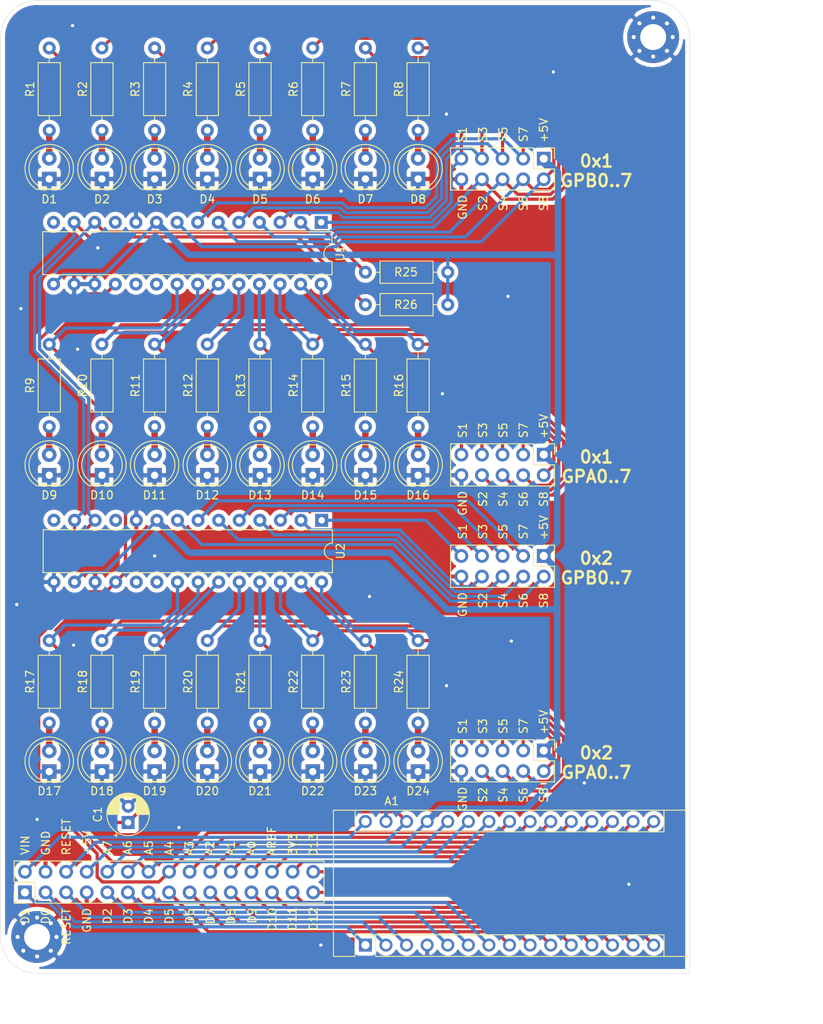
<source format=kicad_pcb>
(kicad_pcb (version 20171130) (host pcbnew "(5.1.6-0-10_14)")
  (layers (0 F.Cu signal) (31 B.Cu signal) (34 B.Paste user) (35 F.Paste user) (36 B.SilkS user) (37 F.SilkS user) (38 B.Mask user) (39 F.Mask user) (44 Edge.Cuts user))
  (net 0 "")
  (net 1 "Net-(D1-Pad2)")
  (net 2 GND)
  (net 3 "Net-(D2-Pad2)")
  (net 4 "Net-(D3-Pad2)")
  (net 5 "Net-(D4-Pad2)")
  (net 6 "Net-(D5-Pad2)")
  (net 7 "Net-(D6-Pad2)")
  (net 8 "Net-(D7-Pad2)")
  (net 9 "Net-(D8-Pad2)")
  (net 10 5V)
  (net 11 "Net-(D9-Pad2)")
  (net 12 "Net-(D10-Pad2)")
  (net 13 "Net-(D11-Pad2)")
  (net 14 "Net-(D12-Pad2)")
  (net 15 "Net-(D13-Pad2)")
  (net 16 "Net-(D14-Pad2)")
  (net 17 "Net-(D15-Pad2)")
  (net 18 "Net-(D16-Pad2)")
  (net 19 "Net-(D17-Pad2)")
  (net 20 "Net-(D18-Pad2)")
  (net 21 "Net-(D19-Pad2)")
  (net 22 "Net-(D20-Pad2)")
  (net 23 "Net-(D21-Pad2)")
  (net 24 "Net-(D22-Pad2)")
  (net 25 "Net-(D23-Pad2)")
  (net 26 "Net-(D24-Pad2)")
  (net 27 "/Port A/SIG1")
  (net 28 "/Port A/SIG2")
  (net 29 "/Port A/SIG3")
  (net 30 "/Port A/SIG4")
  (net 31 "/Port A/SIG5")
  (net 32 "/Port A/SIG6")
  (net 33 "/Port A/SIG7")
  (net 34 "/Port A/SIG8")
  (net 35 "/Port B/SIG1")
  (net 36 "/Port B/SIG2")
  (net 37 "/Port B/SIG3")
  (net 38 "/Port B/SIG4")
  (net 39 "/Port B/SIG5")
  (net 40 "/Port B/SIG6")
  (net 41 "/Port B/SIG7")
  (net 42 "/Port B/SIG8")
  (net 43 "/Port C/SIG1")
  (net 44 "/Port C/SIG2")
  (net 45 "/Port C/SIG3")
  (net 46 "/Port C/SIG4")
  (net 47 "/Port C/SIG5")
  (net 48 "/Port C/SIG6")
  (net 49 "/Port C/SIG7")
  (net 50 "/Port C/SIG8")
  (net 51 "Net-(U1-Pad14)")
  (net 52 "Net-(U1-Pad11)")
  (net 53 "Net-(U1-Pad20)")
  (net 54 "Net-(U1-Pad19)")
  (net 55 "Net-(U2-Pad14)")
  (net 56 "Net-(U2-Pad11)")
  (net 57 "Net-(U2-Pad20)")
  (net 58 "Net-(U2-Pad19)")
  (net 59 RESET)
  (net 60 D1)
  (net 61 D2)
  (net 62 D3)
  (net 63 D4)
  (net 64 D5)
  (net 65 D6)
  (net 66 D7)
  (net 67 D8)
  (net 68 D13)
  (net 69 D12)
  (net 70 VIN)
  (net 71 D11)
  (net 72 D10)
  (net 73 D9)
  (net 74 A7)
  (net 75 A6)
  (net 76 A5)
  (net 77 A4)
  (net 78 A3)
  (net 79 A2)
  (net 80 A1)
  (net 81 A0)
  (net 82 AREF)
  (net 83 D0)
  (net 84 3V3)
  (net 85 PD1)
  (net 86 PD2)
  (net 87 PD3)
  (net 88 PD4)
  (net 89 PD5)
  (net 90 PD6)
  (net 91 PD7)
  (net 92 PD8)
  (net 93 RESET2)
  (module Resistor_THT:R_Axial_DIN0207_L6.3mm_D2.5mm_P10.16mm_Horizontal (layer F.Cu) (at 91.5 63.5)
    (fp_text reference R26 (at 5 0) (layer F.SilkS))
    (fp_text value 10K hide)
    (pad 2 thru_hole oval (at 10.16 0) (size 1.6 1.6) (drill 0.8) (layers *.Cu *.Mask) (net 10 5V))
    (pad 1 thru_hole circle (at 0 0) (size 1.6 1.6) (drill 0.8) (layers *.Cu *.Mask) (net 77 A4))
  )
  (module Resistor_THT:R_Axial_DIN0207_L6.3mm_D2.5mm_P10.16mm_Horizontal (layer F.Cu) (at 91.5 59.5)
    (fp_text reference R25 (at 5 0) (layer F.SilkS))
    (fp_text value 10K hide)
    (pad 2 thru_hole oval (at 10.16 0) (size 1.6 1.6) (drill 0.8) (layers *.Cu *.Mask) (net 10 5V))
    (pad 1 thru_hole circle (at 0 0) (size 1.6 1.6) (drill 0.8) (layers *.Cu *.Mask) (net 76 A5))
  )
  (module Module:Arduino_Nano (layer F.Cu) (at 91.5 142.5 90)
    (fp_text reference A1 (at 17.768 3.25 180) (layer F.SilkS))
    (fp_text value Arduino_Nano_v3.x hide)
    (pad 16 thru_hole oval (at 15.24 35.56 90) (size 1.6 1.6) (drill 1) (layers *.Cu *.Mask) (net 68 D13))
    (pad 15 thru_hole oval (at 0 35.56 90) (size 1.6 1.6) (drill 1) (layers *.Cu *.Mask) (net 69 D12))
    (pad 30 thru_hole oval (at 15.24 0 90) (size 1.6 1.6) (drill 1) (layers *.Cu *.Mask) (net 70 VIN))
    (pad 14 thru_hole oval (at 0 33.02 90) (size 1.6 1.6) (drill 1) (layers *.Cu *.Mask) (net 71 D11))
    (pad 29 thru_hole oval (at 15.24 2.54 90) (size 1.6 1.6) (drill 1) (layers *.Cu *.Mask) (net 2 GND))
    (pad 13 thru_hole oval (at 0 30.48 90) (size 1.6 1.6) (drill 1) (layers *.Cu *.Mask) (net 72 D10))
    (pad 28 thru_hole oval (at 15.24 5.08 90) (size 1.6 1.6) (drill 1) (layers *.Cu *.Mask) (net 59 RESET))
    (pad 12 thru_hole oval (at 0 27.94 90) (size 1.6 1.6) (drill 1) (layers *.Cu *.Mask) (net 73 D9))
    (pad 27 thru_hole oval (at 15.24 7.62 90) (size 1.6 1.6) (drill 1) (layers *.Cu *.Mask) (net 10 5V))
    (pad 11 thru_hole oval (at 0 25.4 90) (size 1.6 1.6) (drill 1) (layers *.Cu *.Mask) (net 67 D8))
    (pad 26 thru_hole oval (at 15.24 10.16 90) (size 1.6 1.6) (drill 1) (layers *.Cu *.Mask) (net 74 A7))
    (pad 10 thru_hole oval (at 0 22.86 90) (size 1.6 1.6) (drill 1) (layers *.Cu *.Mask) (net 66 D7))
    (pad 25 thru_hole oval (at 15.24 12.7 90) (size 1.6 1.6) (drill 1) (layers *.Cu *.Mask) (net 75 A6))
    (pad 9 thru_hole oval (at 0 20.32 90) (size 1.6 1.6) (drill 1) (layers *.Cu *.Mask) (net 65 D6))
    (pad 24 thru_hole oval (at 15.24 15.24 90) (size 1.6 1.6) (drill 1) (layers *.Cu *.Mask) (net 76 A5))
    (pad 8 thru_hole oval (at 0 17.78 90) (size 1.6 1.6) (drill 1) (layers *.Cu *.Mask) (net 64 D5))
    (pad 23 thru_hole oval (at 15.24 17.78 90) (size 1.6 1.6) (drill 1) (layers *.Cu *.Mask) (net 77 A4))
    (pad 7 thru_hole oval (at 0 15.24 90) (size 1.6 1.6) (drill 1) (layers *.Cu *.Mask) (net 63 D4))
    (pad 22 thru_hole oval (at 15.24 20.32 90) (size 1.6 1.6) (drill 1) (layers *.Cu *.Mask) (net 78 A3))
    (pad 6 thru_hole oval (at 0 12.7 90) (size 1.6 1.6) (drill 1) (layers *.Cu *.Mask) (net 62 D3))
    (pad 21 thru_hole oval (at 15.24 22.86 90) (size 1.6 1.6) (drill 1) (layers *.Cu *.Mask) (net 79 A2))
    (pad 5 thru_hole oval (at 0 10.16 90) (size 1.6 1.6) (drill 1) (layers *.Cu *.Mask) (net 61 D2))
    (pad 20 thru_hole oval (at 15.24 25.4 90) (size 1.6 1.6) (drill 1) (layers *.Cu *.Mask) (net 80 A1))
    (pad 4 thru_hole oval (at 0 7.62 90) (size 1.6 1.6) (drill 1) (layers *.Cu *.Mask) (net 2 GND))
    (pad 19 thru_hole oval (at 15.24 27.94 90) (size 1.6 1.6) (drill 1) (layers *.Cu *.Mask) (net 81 A0))
    (pad 3 thru_hole oval (at 0 5.08 90) (size 1.6 1.6) (drill 1) (layers *.Cu *.Mask) (net 93 RESET2))
    (pad 18 thru_hole oval (at 15.24 30.48 90) (size 1.6 1.6) (drill 1) (layers *.Cu *.Mask) (net 82 AREF))
    (pad 2 thru_hole oval (at 0 2.54 90) (size 1.6 1.6) (drill 1) (layers *.Cu *.Mask) (net 83 D0))
    (pad 17 thru_hole oval (at 15.24 33.02 90) (size 1.6 1.6) (drill 1) (layers *.Cu *.Mask) (net 84 3V3))
    (pad 1 thru_hole rect (at 0 0 90) (size 1.6 1.6) (drill 1) (layers *.Cu *.Mask) (net 60 D1))
  )
  (module Connector_PinHeader_2.54mm:PinHeader_2x15_P2.54mm_Vertical (layer F.Cu) (at 49.5 136 90)
    (fp_text reference J5 hide)
    (fp_text value Conn_01x30 hide)
    (pad 30 thru_hole oval (at 2.54 35.56 90) (size 1.7 1.7) (drill 1) (layers *.Cu *.Mask) (net 68 D13))
    (pad 29 thru_hole oval (at 0 35.56 90) (size 1.7 1.7) (drill 1) (layers *.Cu *.Mask) (net 69 D12))
    (pad 28 thru_hole oval (at 2.54 33.02 90) (size 1.7 1.7) (drill 1) (layers *.Cu *.Mask) (net 84 3V3))
    (pad 27 thru_hole oval (at 0 33.02 90) (size 1.7 1.7) (drill 1) (layers *.Cu *.Mask) (net 71 D11))
    (pad 26 thru_hole oval (at 2.54 30.48 90) (size 1.7 1.7) (drill 1) (layers *.Cu *.Mask) (net 82 AREF))
    (pad 25 thru_hole oval (at 0 30.48 90) (size 1.7 1.7) (drill 1) (layers *.Cu *.Mask) (net 72 D10))
    (pad 24 thru_hole oval (at 2.54 27.94 90) (size 1.7 1.7) (drill 1) (layers *.Cu *.Mask) (net 81 A0))
    (pad 23 thru_hole oval (at 0 27.94 90) (size 1.7 1.7) (drill 1) (layers *.Cu *.Mask) (net 73 D9))
    (pad 22 thru_hole oval (at 2.54 25.4 90) (size 1.7 1.7) (drill 1) (layers *.Cu *.Mask) (net 80 A1))
    (pad 21 thru_hole oval (at 0 25.4 90) (size 1.7 1.7) (drill 1) (layers *.Cu *.Mask) (net 67 D8))
    (pad 20 thru_hole oval (at 2.54 22.86 90) (size 1.7 1.7) (drill 1) (layers *.Cu *.Mask) (net 79 A2))
    (pad 19 thru_hole oval (at 0 22.86 90) (size 1.7 1.7) (drill 1) (layers *.Cu *.Mask) (net 66 D7))
    (pad 18 thru_hole oval (at 2.54 20.32 90) (size 1.7 1.7) (drill 1) (layers *.Cu *.Mask) (net 78 A3))
    (pad 17 thru_hole oval (at 0 20.32 90) (size 1.7 1.7) (drill 1) (layers *.Cu *.Mask) (net 65 D6))
    (pad 16 thru_hole oval (at 2.54 17.78 90) (size 1.7 1.7) (drill 1) (layers *.Cu *.Mask) (net 77 A4))
    (pad 15 thru_hole oval (at 0 17.78 90) (size 1.7 1.7) (drill 1) (layers *.Cu *.Mask) (net 64 D5))
    (pad 14 thru_hole oval (at 2.54 15.24 90) (size 1.7 1.7) (drill 1) (layers *.Cu *.Mask) (net 76 A5))
    (pad 13 thru_hole oval (at 0 15.24 90) (size 1.7 1.7) (drill 1) (layers *.Cu *.Mask) (net 63 D4))
    (pad 12 thru_hole oval (at 2.54 12.7 90) (size 1.7 1.7) (drill 1) (layers *.Cu *.Mask) (net 75 A6))
    (pad 11 thru_hole oval (at 0 12.7 90) (size 1.7 1.7) (drill 1) (layers *.Cu *.Mask) (net 62 D3))
    (pad 10 thru_hole oval (at 2.54 10.16 90) (size 1.7 1.7) (drill 1) (layers *.Cu *.Mask) (net 74 A7))
    (pad 9 thru_hole oval (at 0 10.16 90) (size 1.7 1.7) (drill 1) (layers *.Cu *.Mask) (net 61 D2))
    (pad 8 thru_hole oval (at 2.54 7.62 90) (size 1.7 1.7) (drill 1) (layers *.Cu *.Mask) (net 10 5V))
    (pad 7 thru_hole oval (at 0 7.62 90) (size 1.7 1.7) (drill 1) (layers *.Cu *.Mask) (net 2 GND))
    (pad 6 thru_hole oval (at 2.54 5.08 90) (size 1.7 1.7) (drill 1) (layers *.Cu *.Mask) (net 59 RESET))
    (pad 5 thru_hole oval (at 0 5.08 90) (size 1.7 1.7) (drill 1) (layers *.Cu *.Mask) (net 93 RESET2))
    (pad 4 thru_hole oval (at 2.54 2.54 90) (size 1.7 1.7) (drill 1) (layers *.Cu *.Mask) (net 2 GND))
    (pad 3 thru_hole oval (at 0 2.54 90) (size 1.7 1.7) (drill 1) (layers *.Cu *.Mask) (net 83 D0))
    (pad 2 thru_hole oval (at 2.54 0 90) (size 1.7 1.7) (drill 1) (layers *.Cu *.Mask) (net 70 VIN))
    (pad 1 thru_hole rect (at 0 0 90) (size 1.7 1.7) (drill 1) (layers *.Cu *.Mask) (net 60 D1))
  )
  (module Connector_PinHeader_2.54mm:PinHeader_2x05_P2.54mm_Vertical (layer F.Cu) (at 113.5 94.5 270)
    (fp_text reference J4 hide)
    (fp_text value Conn_01x10 hide)
    (pad 10 thru_hole oval (at 2.54 10.16 270) (size 1.7 1.7) (drill 1) (layers *.Cu *.Mask) (net 2 GND))
    (pad 9 thru_hole oval (at 0 10.16 270) (size 1.7 1.7) (drill 1) (layers *.Cu *.Mask) (net 85 PD1))
    (pad 8 thru_hole oval (at 2.54 7.62 270) (size 1.7 1.7) (drill 1) (layers *.Cu *.Mask) (net 86 PD2))
    (pad 7 thru_hole oval (at 0 7.62 270) (size 1.7 1.7) (drill 1) (layers *.Cu *.Mask) (net 87 PD3))
    (pad 6 thru_hole oval (at 2.54 5.08 270) (size 1.7 1.7) (drill 1) (layers *.Cu *.Mask) (net 88 PD4))
    (pad 5 thru_hole oval (at 0 5.08 270) (size 1.7 1.7) (drill 1) (layers *.Cu *.Mask) (net 89 PD5))
    (pad 4 thru_hole oval (at 2.54 2.54 270) (size 1.7 1.7) (drill 1) (layers *.Cu *.Mask) (net 90 PD6))
    (pad 3 thru_hole oval (at 0 2.54 270) (size 1.7 1.7) (drill 1) (layers *.Cu *.Mask) (net 91 PD7))
    (pad 2 thru_hole oval (at 2.54 0 270) (size 1.7 1.7) (drill 1) (layers *.Cu *.Mask) (net 92 PD8))
    (pad 1 thru_hole rect (at 0 0 270) (size 1.7 1.7) (drill 1) (layers *.Cu *.Mask) (net 10 5V))
  )
  (module MountingHole:MountingHole_3.2mm_M3_Pad_Via (layer F.Cu) (at 127 30.5)
    (fp_text reference H2 hide)
    (fp_text value MountingHole_Pad hide)
    (pad 1 thru_hole circle (at 1.697056 -1.697056) (size 0.8 0.8) (drill 0.5) (layers *.Cu *.Mask) (net 2 GND))
    (pad 1 thru_hole circle (at 0 -2.4) (size 0.8 0.8) (drill 0.5) (layers *.Cu *.Mask) (net 2 GND))
    (pad 1 thru_hole circle (at -1.697056 -1.697056) (size 0.8 0.8) (drill 0.5) (layers *.Cu *.Mask) (net 2 GND))
    (pad 1 thru_hole circle (at -2.4 0) (size 0.8 0.8) (drill 0.5) (layers *.Cu *.Mask) (net 2 GND))
    (pad 1 thru_hole circle (at -1.697056 1.697056) (size 0.8 0.8) (drill 0.5) (layers *.Cu *.Mask) (net 2 GND))
    (pad 1 thru_hole circle (at 0 2.4) (size 0.8 0.8) (drill 0.5) (layers *.Cu *.Mask) (net 2 GND))
    (pad 1 thru_hole circle (at 1.697056 1.697056) (size 0.8 0.8) (drill 0.5) (layers *.Cu *.Mask) (net 2 GND))
    (pad 1 thru_hole circle (at 2.4 0) (size 0.8 0.8) (drill 0.5) (layers *.Cu *.Mask) (net 2 GND))
    (pad 1 thru_hole circle (at 0 0) (size 6.4 6.4) (drill 3.2) (layers *.Cu *.Mask) (net 2 GND))
  )
  (module MountingHole:MountingHole_3.2mm_M3_Pad_Via (layer F.Cu) (at 51 141.5)
    (fp_text reference H1 hide)
    (fp_text value MountingHole_Pad hide)
    (pad 1 thru_hole circle (at 1.697056 -1.697056) (size 0.8 0.8) (drill 0.5) (layers *.Cu *.Mask) (net 2 GND))
    (pad 1 thru_hole circle (at 0 -2.4) (size 0.8 0.8) (drill 0.5) (layers *.Cu *.Mask) (net 2 GND))
    (pad 1 thru_hole circle (at -1.697056 -1.697056) (size 0.8 0.8) (drill 0.5) (layers *.Cu *.Mask) (net 2 GND))
    (pad 1 thru_hole circle (at -2.4 0) (size 0.8 0.8) (drill 0.5) (layers *.Cu *.Mask) (net 2 GND))
    (pad 1 thru_hole circle (at -1.697056 1.697056) (size 0.8 0.8) (drill 0.5) (layers *.Cu *.Mask) (net 2 GND))
    (pad 1 thru_hole circle (at 0 2.4) (size 0.8 0.8) (drill 0.5) (layers *.Cu *.Mask) (net 2 GND))
    (pad 1 thru_hole circle (at 1.697056 1.697056) (size 0.8 0.8) (drill 0.5) (layers *.Cu *.Mask) (net 2 GND))
    (pad 1 thru_hole circle (at 2.4 0) (size 0.8 0.8) (drill 0.5) (layers *.Cu *.Mask) (net 2 GND))
    (pad 1 thru_hole circle (at 0 0) (size 6.4 6.4) (drill 3.2) (layers *.Cu *.Mask) (net 2 GND))
  )
  (module Resistor_THT:R_Axial_DIN0207_L6.3mm_D2.5mm_P10.16mm_Horizontal (layer F.Cu) (at 98 78.55 90)
    (fp_text reference R16 (at 5.08 -2.37 90) (layer F.SilkS))
    (fp_text value 220 hide)
    (pad 2 thru_hole oval (at 10.16 0 90) (size 1.6 1.6) (drill 0.8) (layers *.Cu *.Mask) (net 34 "/Port A/SIG8"))
    (pad 1 thru_hole circle (at 0 0 90) (size 1.6 1.6) (drill 0.8) (layers *.Cu *.Mask) (net 18 "Net-(D16-Pad2)"))
  )
  (module Resistor_THT:R_Axial_DIN0207_L6.3mm_D2.5mm_P10.16mm_Horizontal (layer F.Cu) (at 91.5 78.55 90)
    (fp_text reference R15 (at 5.08 -2.37 90) (layer F.SilkS))
    (fp_text value 220 hide)
    (pad 2 thru_hole oval (at 10.16 0 90) (size 1.6 1.6) (drill 0.8) (layers *.Cu *.Mask) (net 33 "/Port A/SIG7"))
    (pad 1 thru_hole circle (at 0 0 90) (size 1.6 1.6) (drill 0.8) (layers *.Cu *.Mask) (net 17 "Net-(D15-Pad2)"))
  )
  (module Resistor_THT:R_Axial_DIN0207_L6.3mm_D2.5mm_P10.16mm_Horizontal (layer F.Cu) (at 85 78.55 90)
    (fp_text reference R14 (at 5.08 -2.37 90) (layer F.SilkS))
    (fp_text value 220 hide)
    (pad 2 thru_hole oval (at 10.16 0 90) (size 1.6 1.6) (drill 0.8) (layers *.Cu *.Mask) (net 32 "/Port A/SIG6"))
    (pad 1 thru_hole circle (at 0 0 90) (size 1.6 1.6) (drill 0.8) (layers *.Cu *.Mask) (net 16 "Net-(D14-Pad2)"))
  )
  (module Resistor_THT:R_Axial_DIN0207_L6.3mm_D2.5mm_P10.16mm_Horizontal (layer F.Cu) (at 78.5 78.55 90)
    (fp_text reference R13 (at 5.08 -2.37 90) (layer F.SilkS))
    (fp_text value 220 hide)
    (pad 2 thru_hole oval (at 10.16 0 90) (size 1.6 1.6) (drill 0.8) (layers *.Cu *.Mask) (net 31 "/Port A/SIG5"))
    (pad 1 thru_hole circle (at 0 0 90) (size 1.6 1.6) (drill 0.8) (layers *.Cu *.Mask) (net 15 "Net-(D13-Pad2)"))
  )
  (module Resistor_THT:R_Axial_DIN0207_L6.3mm_D2.5mm_P10.16mm_Horizontal (layer F.Cu) (at 72 78.55 90)
    (fp_text reference R12 (at 5.08 -2.37 90) (layer F.SilkS))
    (fp_text value 220 hide)
    (pad 2 thru_hole oval (at 10.16 0 90) (size 1.6 1.6) (drill 0.8) (layers *.Cu *.Mask) (net 30 "/Port A/SIG4"))
    (pad 1 thru_hole circle (at 0 0 90) (size 1.6 1.6) (drill 0.8) (layers *.Cu *.Mask) (net 14 "Net-(D12-Pad2)"))
  )
  (module Resistor_THT:R_Axial_DIN0207_L6.3mm_D2.5mm_P10.16mm_Horizontal (layer F.Cu) (at 65.5 78.55 90)
    (fp_text reference R11 (at 5.08 -2.37 90) (layer F.SilkS))
    (fp_text value 220 hide)
    (pad 2 thru_hole oval (at 10.16 0 90) (size 1.6 1.6) (drill 0.8) (layers *.Cu *.Mask) (net 29 "/Port A/SIG3"))
    (pad 1 thru_hole circle (at 0 0 90) (size 1.6 1.6) (drill 0.8) (layers *.Cu *.Mask) (net 13 "Net-(D11-Pad2)"))
  )
  (module Resistor_THT:R_Axial_DIN0207_L6.3mm_D2.5mm_P10.16mm_Horizontal (layer F.Cu) (at 59 78.55 90)
    (fp_text reference R10 (at 5.08 -2.37 90) (layer F.SilkS))
    (fp_text value 220 hide)
    (pad 2 thru_hole oval (at 10.16 0 90) (size 1.6 1.6) (drill 0.8) (layers *.Cu *.Mask) (net 28 "/Port A/SIG2"))
    (pad 1 thru_hole circle (at 0 0 90) (size 1.6 1.6) (drill 0.8) (layers *.Cu *.Mask) (net 12 "Net-(D10-Pad2)"))
  )
  (module Resistor_THT:R_Axial_DIN0207_L6.3mm_D2.5mm_P10.16mm_Horizontal (layer F.Cu) (at 52.5 78.55 90)
    (fp_text reference R9 (at 5.08 -2.37 90) (layer F.SilkS))
    (fp_text value 220 hide)
    (pad 2 thru_hole oval (at 10.16 0 90) (size 1.6 1.6) (drill 0.8) (layers *.Cu *.Mask) (net 27 "/Port A/SIG1"))
    (pad 1 thru_hole circle (at 0 0 90) (size 1.6 1.6) (drill 0.8) (layers *.Cu *.Mask) (net 11 "Net-(D9-Pad2)"))
  )
  (module LED_THT:LED_D5.0mm (layer F.Cu) (at 52.5 48 90)
    (fp_text reference D1 (at -2.5 0 180) (layer F.SilkS))
    (fp_text value LED hide)
    (pad 2 thru_hole circle (at 2.54 0 90) (size 1.8 1.8) (drill 0.9) (layers *.Cu *.Mask) (net 1 "Net-(D1-Pad2)"))
    (pad 1 thru_hole rect (at 0 0 90) (size 1.8 1.8) (drill 0.9) (layers *.Cu *.Mask) (net 2 GND))
  )
  (module Resistor_THT:R_Axial_DIN0207_L6.3mm_D2.5mm_P10.16mm_Horizontal (layer F.Cu) (at 52.5 42 90)
    (fp_text reference R1 (at 5.08 -2.37 90) (layer F.SilkS))
    (fp_text value 220 hide)
    (pad 2 thru_hole oval (at 10.16 0 90) (size 1.6 1.6) (drill 0.8) (layers *.Cu *.Mask) (net 35 "/Port B/SIG1"))
    (pad 1 thru_hole circle (at 0 0 90) (size 1.6 1.6) (drill 0.8) (layers *.Cu *.Mask) (net 1 "Net-(D1-Pad2)"))
  )
  (module Package_DIP:DIP-28_W7.62mm (layer F.Cu) (at 86.1 90.1 270)
    (fp_text reference U2 (at 3.81 -2.33 90) (layer F.SilkS))
    (fp_text value MCP23017_SP)
    (pad 28 thru_hole oval (at 7.62 0 270) (size 1.6 1.6) (drill 0.8) (layers *.Cu *.Mask) (net 50 "/Port C/SIG8"))
    (pad 14 thru_hole oval (at 0 33.02 270) (size 1.6 1.6) (drill 0.8) (layers *.Cu *.Mask) (net 55 "Net-(U2-Pad14)"))
    (pad 27 thru_hole oval (at 7.62 2.54 270) (size 1.6 1.6) (drill 0.8) (layers *.Cu *.Mask) (net 49 "/Port C/SIG7"))
    (pad 13 thru_hole oval (at 0 30.48 270) (size 1.6 1.6) (drill 0.8) (layers *.Cu *.Mask) (net 77 A4))
    (pad 26 thru_hole oval (at 7.62 5.08 270) (size 1.6 1.6) (drill 0.8) (layers *.Cu *.Mask) (net 48 "/Port C/SIG6"))
    (pad 12 thru_hole oval (at 0 27.94 270) (size 1.6 1.6) (drill 0.8) (layers *.Cu *.Mask) (net 76 A5))
    (pad 25 thru_hole oval (at 7.62 7.62 270) (size 1.6 1.6) (drill 0.8) (layers *.Cu *.Mask) (net 47 "/Port C/SIG5"))
    (pad 11 thru_hole oval (at 0 25.4 270) (size 1.6 1.6) (drill 0.8) (layers *.Cu *.Mask) (net 56 "Net-(U2-Pad11)"))
    (pad 24 thru_hole oval (at 7.62 10.16 270) (size 1.6 1.6) (drill 0.8) (layers *.Cu *.Mask) (net 46 "/Port C/SIG4"))
    (pad 10 thru_hole oval (at 0 22.86 270) (size 1.6 1.6) (drill 0.8) (layers *.Cu *.Mask) (net 2 GND))
    (pad 23 thru_hole oval (at 7.62 12.7 270) (size 1.6 1.6) (drill 0.8) (layers *.Cu *.Mask) (net 45 "/Port C/SIG3"))
    (pad 9 thru_hole oval (at 0 20.32 270) (size 1.6 1.6) (drill 0.8) (layers *.Cu *.Mask) (net 10 5V))
    (pad 22 thru_hole oval (at 7.62 15.24 270) (size 1.6 1.6) (drill 0.8) (layers *.Cu *.Mask) (net 44 "/Port C/SIG2"))
    (pad 8 thru_hole oval (at 0 17.78 270) (size 1.6 1.6) (drill 0.8) (layers *.Cu *.Mask) (net 92 PD8))
    (pad 21 thru_hole oval (at 7.62 17.78 270) (size 1.6 1.6) (drill 0.8) (layers *.Cu *.Mask) (net 43 "/Port C/SIG1"))
    (pad 7 thru_hole oval (at 0 15.24 270) (size 1.6 1.6) (drill 0.8) (layers *.Cu *.Mask) (net 91 PD7))
    (pad 20 thru_hole oval (at 7.62 20.32 270) (size 1.6 1.6) (drill 0.8) (layers *.Cu *.Mask) (net 57 "Net-(U2-Pad20)"))
    (pad 6 thru_hole oval (at 0 12.7 270) (size 1.6 1.6) (drill 0.8) (layers *.Cu *.Mask) (net 90 PD6))
    (pad 19 thru_hole oval (at 7.62 22.86 270) (size 1.6 1.6) (drill 0.8) (layers *.Cu *.Mask) (net 58 "Net-(U2-Pad19)"))
    (pad 5 thru_hole oval (at 0 10.16 270) (size 1.6 1.6) (drill 0.8) (layers *.Cu *.Mask) (net 89 PD5))
    (pad 18 thru_hole oval (at 7.62 25.4 270) (size 1.6 1.6) (drill 0.8) (layers *.Cu *.Mask) (net 59 RESET))
    (pad 4 thru_hole oval (at 0 7.62 270) (size 1.6 1.6) (drill 0.8) (layers *.Cu *.Mask) (net 88 PD4))
    (pad 17 thru_hole oval (at 7.62 27.94 270) (size 1.6 1.6) (drill 0.8) (layers *.Cu *.Mask) (net 2 GND))
    (pad 3 thru_hole oval (at 0 5.08 270) (size 1.6 1.6) (drill 0.8) (layers *.Cu *.Mask) (net 87 PD3))
    (pad 16 thru_hole oval (at 7.62 30.48 270) (size 1.6 1.6) (drill 0.8) (layers *.Cu *.Mask) (net 10 5V))
    (pad 2 thru_hole oval (at 0 2.54 270) (size 1.6 1.6) (drill 0.8) (layers *.Cu *.Mask) (net 86 PD2))
    (pad 15 thru_hole oval (at 7.62 33.02 270) (size 1.6 1.6) (drill 0.8) (layers *.Cu *.Mask) (net 2 GND))
    (pad 1 thru_hole rect (at 0 0 270) (size 1.6 1.6) (drill 0.8) (layers *.Cu *.Mask) (net 85 PD1))
  )
  (module Package_DIP:DIP-28_W7.62mm (layer F.Cu) (at 86.05 53.35 270)
    (fp_text reference U1 (at 3.81 -2.33 90) (layer F.SilkS))
    (fp_text value MCP23017_SP)
    (pad 28 thru_hole oval (at 7.62 0 270) (size 1.6 1.6) (drill 0.8) (layers *.Cu *.Mask) (net 34 "/Port A/SIG8"))
    (pad 14 thru_hole oval (at 0 33.02 270) (size 1.6 1.6) (drill 0.8) (layers *.Cu *.Mask) (net 51 "Net-(U1-Pad14)"))
    (pad 27 thru_hole oval (at 7.62 2.54 270) (size 1.6 1.6) (drill 0.8) (layers *.Cu *.Mask) (net 33 "/Port A/SIG7"))
    (pad 13 thru_hole oval (at 0 30.48 270) (size 1.6 1.6) (drill 0.8) (layers *.Cu *.Mask) (net 77 A4))
    (pad 26 thru_hole oval (at 7.62 5.08 270) (size 1.6 1.6) (drill 0.8) (layers *.Cu *.Mask) (net 32 "/Port A/SIG6"))
    (pad 12 thru_hole oval (at 0 27.94 270) (size 1.6 1.6) (drill 0.8) (layers *.Cu *.Mask) (net 76 A5))
    (pad 25 thru_hole oval (at 7.62 7.62 270) (size 1.6 1.6) (drill 0.8) (layers *.Cu *.Mask) (net 31 "/Port A/SIG5"))
    (pad 11 thru_hole oval (at 0 25.4 270) (size 1.6 1.6) (drill 0.8) (layers *.Cu *.Mask) (net 52 "Net-(U1-Pad11)"))
    (pad 24 thru_hole oval (at 7.62 10.16 270) (size 1.6 1.6) (drill 0.8) (layers *.Cu *.Mask) (net 30 "/Port A/SIG4"))
    (pad 10 thru_hole oval (at 0 22.86 270) (size 1.6 1.6) (drill 0.8) (layers *.Cu *.Mask) (net 2 GND))
    (pad 23 thru_hole oval (at 7.62 12.7 270) (size 1.6 1.6) (drill 0.8) (layers *.Cu *.Mask) (net 29 "/Port A/SIG3"))
    (pad 9 thru_hole oval (at 0 20.32 270) (size 1.6 1.6) (drill 0.8) (layers *.Cu *.Mask) (net 10 5V))
    (pad 22 thru_hole oval (at 7.62 15.24 270) (size 1.6 1.6) (drill 0.8) (layers *.Cu *.Mask) (net 28 "/Port A/SIG2"))
    (pad 8 thru_hole oval (at 0 17.78 270) (size 1.6 1.6) (drill 0.8) (layers *.Cu *.Mask) (net 42 "/Port B/SIG8"))
    (pad 21 thru_hole oval (at 7.62 17.78 270) (size 1.6 1.6) (drill 0.8) (layers *.Cu *.Mask) (net 27 "/Port A/SIG1"))
    (pad 7 thru_hole oval (at 0 15.24 270) (size 1.6 1.6) (drill 0.8) (layers *.Cu *.Mask) (net 41 "/Port B/SIG7"))
    (pad 20 thru_hole oval (at 7.62 20.32 270) (size 1.6 1.6) (drill 0.8) (layers *.Cu *.Mask) (net 53 "Net-(U1-Pad20)"))
    (pad 6 thru_hole oval (at 0 12.7 270) (size 1.6 1.6) (drill 0.8) (layers *.Cu *.Mask) (net 40 "/Port B/SIG6"))
    (pad 19 thru_hole oval (at 7.62 22.86 270) (size 1.6 1.6) (drill 0.8) (layers *.Cu *.Mask) (net 54 "Net-(U1-Pad19)"))
    (pad 5 thru_hole oval (at 0 10.16 270) (size 1.6 1.6) (drill 0.8) (layers *.Cu *.Mask) (net 39 "/Port B/SIG5"))
    (pad 18 thru_hole oval (at 7.62 25.4 270) (size 1.6 1.6) (drill 0.8) (layers *.Cu *.Mask) (net 59 RESET))
    (pad 4 thru_hole oval (at 0 7.62 270) (size 1.6 1.6) (drill 0.8) (layers *.Cu *.Mask) (net 38 "/Port B/SIG4"))
    (pad 17 thru_hole oval (at 7.62 27.94 270) (size 1.6 1.6) (drill 0.8) (layers *.Cu *.Mask) (net 2 GND))
    (pad 3 thru_hole oval (at 0 5.08 270) (size 1.6 1.6) (drill 0.8) (layers *.Cu *.Mask) (net 37 "/Port B/SIG3"))
    (pad 16 thru_hole oval (at 7.62 30.48 270) (size 1.6 1.6) (drill 0.8) (layers *.Cu *.Mask) (net 2 GND))
    (pad 2 thru_hole oval (at 0 2.54 270) (size 1.6 1.6) (drill 0.8) (layers *.Cu *.Mask) (net 36 "/Port B/SIG2"))
    (pad 15 thru_hole oval (at 7.62 33.02 270) (size 1.6 1.6) (drill 0.8) (layers *.Cu *.Mask) (net 10 5V))
    (pad 1 thru_hole rect (at 0 0 270) (size 1.6 1.6) (drill 0.8) (layers *.Cu *.Mask) (net 35 "/Port B/SIG1"))
  )
  (module Resistor_THT:R_Axial_DIN0207_L6.3mm_D2.5mm_P10.16mm_Horizontal (layer F.Cu) (at 98 115.1 90)
    (fp_text reference R24 (at 5.08 -2.37 90) (layer F.SilkS))
    (fp_text value 220 hide)
    (pad 2 thru_hole oval (at 10.16 0 90) (size 1.6 1.6) (drill 0.8) (layers *.Cu *.Mask) (net 50 "/Port C/SIG8"))
    (pad 1 thru_hole circle (at 0 0 90) (size 1.6 1.6) (drill 0.8) (layers *.Cu *.Mask) (net 26 "Net-(D24-Pad2)"))
  )
  (module Resistor_THT:R_Axial_DIN0207_L6.3mm_D2.5mm_P10.16mm_Horizontal (layer F.Cu) (at 91.5 115.1 90)
    (fp_text reference R23 (at 5.08 -2.37 90) (layer F.SilkS))
    (fp_text value 220 hide)
    (pad 2 thru_hole oval (at 10.16 0 90) (size 1.6 1.6) (drill 0.8) (layers *.Cu *.Mask) (net 49 "/Port C/SIG7"))
    (pad 1 thru_hole circle (at 0 0 90) (size 1.6 1.6) (drill 0.8) (layers *.Cu *.Mask) (net 25 "Net-(D23-Pad2)"))
  )
  (module Resistor_THT:R_Axial_DIN0207_L6.3mm_D2.5mm_P10.16mm_Horizontal (layer F.Cu) (at 85 115.1 90)
    (fp_text reference R22 (at 5.08 -2.37 90) (layer F.SilkS))
    (fp_text value 220 hide)
    (pad 2 thru_hole oval (at 10.16 0 90) (size 1.6 1.6) (drill 0.8) (layers *.Cu *.Mask) (net 48 "/Port C/SIG6"))
    (pad 1 thru_hole circle (at 0 0 90) (size 1.6 1.6) (drill 0.8) (layers *.Cu *.Mask) (net 24 "Net-(D22-Pad2)"))
  )
  (module Resistor_THT:R_Axial_DIN0207_L6.3mm_D2.5mm_P10.16mm_Horizontal (layer F.Cu) (at 78.5 115.1 90)
    (fp_text reference R21 (at 5.08 -2.37 90) (layer F.SilkS))
    (fp_text value 220 hide)
    (pad 2 thru_hole oval (at 10.16 0 90) (size 1.6 1.6) (drill 0.8) (layers *.Cu *.Mask) (net 47 "/Port C/SIG5"))
    (pad 1 thru_hole circle (at 0 0 90) (size 1.6 1.6) (drill 0.8) (layers *.Cu *.Mask) (net 23 "Net-(D21-Pad2)"))
  )
  (module Resistor_THT:R_Axial_DIN0207_L6.3mm_D2.5mm_P10.16mm_Horizontal (layer F.Cu) (at 72 115.1 90)
    (fp_text reference R20 (at 5.08 -2.37 90) (layer F.SilkS))
    (fp_text value 220 hide)
    (pad 2 thru_hole oval (at 10.16 0 90) (size 1.6 1.6) (drill 0.8) (layers *.Cu *.Mask) (net 46 "/Port C/SIG4"))
    (pad 1 thru_hole circle (at 0 0 90) (size 1.6 1.6) (drill 0.8) (layers *.Cu *.Mask) (net 22 "Net-(D20-Pad2)"))
  )
  (module Resistor_THT:R_Axial_DIN0207_L6.3mm_D2.5mm_P10.16mm_Horizontal (layer F.Cu) (at 65.5 115.1 90)
    (fp_text reference R19 (at 5.08 -2.37 90) (layer F.SilkS))
    (fp_text value 220 hide)
    (pad 2 thru_hole oval (at 10.16 0 90) (size 1.6 1.6) (drill 0.8) (layers *.Cu *.Mask) (net 45 "/Port C/SIG3"))
    (pad 1 thru_hole circle (at 0 0 90) (size 1.6 1.6) (drill 0.8) (layers *.Cu *.Mask) (net 21 "Net-(D19-Pad2)"))
  )
  (module Resistor_THT:R_Axial_DIN0207_L6.3mm_D2.5mm_P10.16mm_Horizontal (layer F.Cu) (at 59 115.1 90)
    (fp_text reference R18 (at 5.08 -2.37 90) (layer F.SilkS))
    (fp_text value 220 hide)
    (pad 2 thru_hole oval (at 10.16 0 90) (size 1.6 1.6) (drill 0.8) (layers *.Cu *.Mask) (net 44 "/Port C/SIG2"))
    (pad 1 thru_hole circle (at 0 0 90) (size 1.6 1.6) (drill 0.8) (layers *.Cu *.Mask) (net 20 "Net-(D18-Pad2)"))
  )
  (module Resistor_THT:R_Axial_DIN0207_L6.3mm_D2.5mm_P10.16mm_Horizontal (layer F.Cu) (at 52.5 115.1 90)
    (fp_text reference R17 (at 5.08 -2.37 90) (layer F.SilkS))
    (fp_text value 220 hide)
    (pad 2 thru_hole oval (at 10.16 0 90) (size 1.6 1.6) (drill 0.8) (layers *.Cu *.Mask) (net 43 "/Port C/SIG1"))
    (pad 1 thru_hole circle (at 0 0 90) (size 1.6 1.6) (drill 0.8) (layers *.Cu *.Mask) (net 19 "Net-(D17-Pad2)"))
  )
  (module Connector_PinHeader_2.54mm:PinHeader_2x05_P2.54mm_Vertical (layer F.Cu) (at 113.5 118.5 270)
    (fp_text reference J3 hide)
    (fp_text value Output hide)
    (pad 10 thru_hole oval (at 2.54 10.16 270) (size 1.7 1.7) (drill 1) (layers *.Cu *.Mask) (net 2 GND))
    (pad 9 thru_hole oval (at 0 10.16 270) (size 1.7 1.7) (drill 1) (layers *.Cu *.Mask) (net 43 "/Port C/SIG1"))
    (pad 8 thru_hole oval (at 2.54 7.62 270) (size 1.7 1.7) (drill 1) (layers *.Cu *.Mask) (net 44 "/Port C/SIG2"))
    (pad 7 thru_hole oval (at 0 7.62 270) (size 1.7 1.7) (drill 1) (layers *.Cu *.Mask) (net 45 "/Port C/SIG3"))
    (pad 6 thru_hole oval (at 2.54 5.08 270) (size 1.7 1.7) (drill 1) (layers *.Cu *.Mask) (net 46 "/Port C/SIG4"))
    (pad 5 thru_hole oval (at 0 5.08 270) (size 1.7 1.7) (drill 1) (layers *.Cu *.Mask) (net 47 "/Port C/SIG5"))
    (pad 4 thru_hole oval (at 2.54 2.54 270) (size 1.7 1.7) (drill 1) (layers *.Cu *.Mask) (net 48 "/Port C/SIG6"))
    (pad 3 thru_hole oval (at 0 2.54 270) (size 1.7 1.7) (drill 1) (layers *.Cu *.Mask) (net 49 "/Port C/SIG7"))
    (pad 2 thru_hole oval (at 2.54 0 270) (size 1.7 1.7) (drill 1) (layers *.Cu *.Mask) (net 50 "/Port C/SIG8"))
    (pad 1 thru_hole rect (at 0 0 270) (size 1.7 1.7) (drill 1) (layers *.Cu *.Mask) (net 10 5V))
  )
  (module Connector_PinHeader_2.54mm:PinHeader_2x05_P2.54mm_Vertical (layer F.Cu) (at 113.5 82 270)
    (fp_text reference J1 hide)
    (fp_text value Output hide)
    (pad 10 thru_hole oval (at 2.54 10.16 270) (size 1.7 1.7) (drill 1) (layers *.Cu *.Mask) (net 2 GND))
    (pad 9 thru_hole oval (at 0 10.16 270) (size 1.7 1.7) (drill 1) (layers *.Cu *.Mask) (net 27 "/Port A/SIG1"))
    (pad 8 thru_hole oval (at 2.54 7.62 270) (size 1.7 1.7) (drill 1) (layers *.Cu *.Mask) (net 28 "/Port A/SIG2"))
    (pad 7 thru_hole oval (at 0 7.62 270) (size 1.7 1.7) (drill 1) (layers *.Cu *.Mask) (net 29 "/Port A/SIG3"))
    (pad 6 thru_hole oval (at 2.54 5.08 270) (size 1.7 1.7) (drill 1) (layers *.Cu *.Mask) (net 30 "/Port A/SIG4"))
    (pad 5 thru_hole oval (at 0 5.08 270) (size 1.7 1.7) (drill 1) (layers *.Cu *.Mask) (net 31 "/Port A/SIG5"))
    (pad 4 thru_hole oval (at 2.54 2.54 270) (size 1.7 1.7) (drill 1) (layers *.Cu *.Mask) (net 32 "/Port A/SIG6"))
    (pad 3 thru_hole oval (at 0 2.54 270) (size 1.7 1.7) (drill 1) (layers *.Cu *.Mask) (net 33 "/Port A/SIG7"))
    (pad 2 thru_hole oval (at 2.54 0 270) (size 1.7 1.7) (drill 1) (layers *.Cu *.Mask) (net 34 "/Port A/SIG8"))
    (pad 1 thru_hole rect (at 0 0 270) (size 1.7 1.7) (drill 1) (layers *.Cu *.Mask) (net 10 5V))
  )
  (module LED_THT:LED_D5.0mm (layer F.Cu) (at 98 121.1 90)
    (fp_text reference D24 (at -2.4 0 180) (layer F.SilkS))
    (fp_text value LED hide)
    (pad 2 thru_hole circle (at 2.54 0 90) (size 1.8 1.8) (drill 0.9) (layers *.Cu *.Mask) (net 26 "Net-(D24-Pad2)"))
    (pad 1 thru_hole rect (at 0 0 90) (size 1.8 1.8) (drill 0.9) (layers *.Cu *.Mask) (net 2 GND))
  )
  (module LED_THT:LED_D5.0mm (layer F.Cu) (at 91.5 121.1 90)
    (fp_text reference D23 (at -2.4 0 180) (layer F.SilkS))
    (fp_text value LED hide)
    (pad 2 thru_hole circle (at 2.54 0 90) (size 1.8 1.8) (drill 0.9) (layers *.Cu *.Mask) (net 25 "Net-(D23-Pad2)"))
    (pad 1 thru_hole rect (at 0 0 90) (size 1.8 1.8) (drill 0.9) (layers *.Cu *.Mask) (net 2 GND))
  )
  (module LED_THT:LED_D5.0mm (layer F.Cu) (at 85 121.1 90)
    (fp_text reference D22 (at -2.4 0 180) (layer F.SilkS))
    (fp_text value LED hide)
    (pad 2 thru_hole circle (at 2.54 0 90) (size 1.8 1.8) (drill 0.9) (layers *.Cu *.Mask) (net 24 "Net-(D22-Pad2)"))
    (pad 1 thru_hole rect (at 0 0 90) (size 1.8 1.8) (drill 0.9) (layers *.Cu *.Mask) (net 2 GND))
  )
  (module LED_THT:LED_D5.0mm (layer F.Cu) (at 78.5 121.1 90)
    (fp_text reference D21 (at -2.4 0 180) (layer F.SilkS))
    (fp_text value LED hide)
    (pad 2 thru_hole circle (at 2.54 0 90) (size 1.8 1.8) (drill 0.9) (layers *.Cu *.Mask) (net 23 "Net-(D21-Pad2)"))
    (pad 1 thru_hole rect (at 0 0 90) (size 1.8 1.8) (drill 0.9) (layers *.Cu *.Mask) (net 2 GND))
  )
  (module LED_THT:LED_D5.0mm (layer F.Cu) (at 72 121.1 90)
    (fp_text reference D20 (at -2.4 0 180) (layer F.SilkS))
    (fp_text value LED hide)
    (pad 2 thru_hole circle (at 2.54 0 90) (size 1.8 1.8) (drill 0.9) (layers *.Cu *.Mask) (net 22 "Net-(D20-Pad2)"))
    (pad 1 thru_hole rect (at 0 0 90) (size 1.8 1.8) (drill 0.9) (layers *.Cu *.Mask) (net 2 GND))
  )
  (module LED_THT:LED_D5.0mm (layer F.Cu) (at 65.5 121.1 90)
    (fp_text reference D19 (at -2.4 0 180) (layer F.SilkS))
    (fp_text value LED hide)
    (pad 2 thru_hole circle (at 2.54 0 90) (size 1.8 1.8) (drill 0.9) (layers *.Cu *.Mask) (net 21 "Net-(D19-Pad2)"))
    (pad 1 thru_hole rect (at 0 0 90) (size 1.8 1.8) (drill 0.9) (layers *.Cu *.Mask) (net 2 GND))
  )
  (module LED_THT:LED_D5.0mm (layer F.Cu) (at 59 121.1 90)
    (fp_text reference D18 (at -2.4 0 180) (layer F.SilkS))
    (fp_text value LED hide)
    (pad 2 thru_hole circle (at 2.54 0 90) (size 1.8 1.8) (drill 0.9) (layers *.Cu *.Mask) (net 20 "Net-(D18-Pad2)"))
    (pad 1 thru_hole rect (at 0 0 90) (size 1.8 1.8) (drill 0.9) (layers *.Cu *.Mask) (net 2 GND))
  )
  (module LED_THT:LED_D5.0mm (layer F.Cu) (at 52.5 121.1 90)
    (fp_text reference D17 (at -2.4 0 180) (layer F.SilkS))
    (fp_text value LED hide)
    (pad 2 thru_hole circle (at 2.54 0 90) (size 1.8 1.8) (drill 0.9) (layers *.Cu *.Mask) (net 19 "Net-(D17-Pad2)"))
    (pad 1 thru_hole rect (at 0 0 90) (size 1.8 1.8) (drill 0.9) (layers *.Cu *.Mask) (net 2 GND))
  )
  (module LED_THT:LED_D5.0mm (layer F.Cu) (at 98 84.55 90)
    (fp_text reference D16 (at -2.45 0 180) (layer F.SilkS))
    (fp_text value LED hide)
    (pad 2 thru_hole circle (at 2.54 0 90) (size 1.8 1.8) (drill 0.9) (layers *.Cu *.Mask) (net 18 "Net-(D16-Pad2)"))
    (pad 1 thru_hole rect (at 0 0 90) (size 1.8 1.8) (drill 0.9) (layers *.Cu *.Mask) (net 2 GND))
  )
  (module LED_THT:LED_D5.0mm (layer F.Cu) (at 91.5 84.55 90)
    (fp_text reference D15 (at -2.45 0 180) (layer F.SilkS))
    (fp_text value LED hide)
    (pad 2 thru_hole circle (at 2.54 0 90) (size 1.8 1.8) (drill 0.9) (layers *.Cu *.Mask) (net 17 "Net-(D15-Pad2)"))
    (pad 1 thru_hole rect (at 0 0 90) (size 1.8 1.8) (drill 0.9) (layers *.Cu *.Mask) (net 2 GND))
  )
  (module LED_THT:LED_D5.0mm (layer F.Cu) (at 85 84.55 90)
    (fp_text reference D14 (at -2.45 0 180) (layer F.SilkS))
    (fp_text value LED hide)
    (pad 2 thru_hole circle (at 2.54 0 90) (size 1.8 1.8) (drill 0.9) (layers *.Cu *.Mask) (net 16 "Net-(D14-Pad2)"))
    (pad 1 thru_hole rect (at 0 0 90) (size 1.8 1.8) (drill 0.9) (layers *.Cu *.Mask) (net 2 GND))
  )
  (module LED_THT:LED_D5.0mm (layer F.Cu) (at 78.5 84.55 90)
    (fp_text reference D13 (at -2.45 0 180) (layer F.SilkS))
    (fp_text value LED hide)
    (pad 2 thru_hole circle (at 2.54 0 90) (size 1.8 1.8) (drill 0.9) (layers *.Cu *.Mask) (net 15 "Net-(D13-Pad2)"))
    (pad 1 thru_hole rect (at 0 0 90) (size 1.8 1.8) (drill 0.9) (layers *.Cu *.Mask) (net 2 GND))
  )
  (module LED_THT:LED_D5.0mm (layer F.Cu) (at 72 84.55 90)
    (fp_text reference D12 (at -2.45 0 180) (layer F.SilkS))
    (fp_text value LED hide)
    (pad 2 thru_hole circle (at 2.54 0 90) (size 1.8 1.8) (drill 0.9) (layers *.Cu *.Mask) (net 14 "Net-(D12-Pad2)"))
    (pad 1 thru_hole rect (at 0 0 90) (size 1.8 1.8) (drill 0.9) (layers *.Cu *.Mask) (net 2 GND))
  )
  (module LED_THT:LED_D5.0mm (layer F.Cu) (at 65.5 84.55 90)
    (fp_text reference D11 (at -2.45 0 180) (layer F.SilkS))
    (fp_text value LED hide)
    (pad 2 thru_hole circle (at 2.54 0 90) (size 1.8 1.8) (drill 0.9) (layers *.Cu *.Mask) (net 13 "Net-(D11-Pad2)"))
    (pad 1 thru_hole rect (at 0 0 90) (size 1.8 1.8) (drill 0.9) (layers *.Cu *.Mask) (net 2 GND))
  )
  (module LED_THT:LED_D5.0mm (layer F.Cu) (at 59 84.55 90)
    (fp_text reference D10 (at -2.45 0 180) (layer F.SilkS))
    (fp_text value LED hide)
    (pad 2 thru_hole circle (at 2.54 0 90) (size 1.8 1.8) (drill 0.9) (layers *.Cu *.Mask) (net 12 "Net-(D10-Pad2)"))
    (pad 1 thru_hole rect (at 0 0 90) (size 1.8 1.8) (drill 0.9) (layers *.Cu *.Mask) (net 2 GND))
  )
  (module LED_THT:LED_D5.0mm (layer F.Cu) (at 52.5 84.55 90)
    (fp_text reference D9 (at -2.45 0 180) (layer F.SilkS))
    (fp_text value LED hide)
    (pad 2 thru_hole circle (at 2.54 0 90) (size 1.8 1.8) (drill 0.9) (layers *.Cu *.Mask) (net 11 "Net-(D9-Pad2)"))
    (pad 1 thru_hole rect (at 0 0 90) (size 1.8 1.8) (drill 0.9) (layers *.Cu *.Mask) (net 2 GND))
  )
  (module Capacitor_THT:CP_Radial_D5.0mm_P2.00mm (layer F.Cu) (at 62.23 127.381 90)
    (fp_text reference C1 (at 1 -3.75 90) (layer F.SilkS))
    (fp_text value 10uF hide)
    (pad 2 thru_hole circle (at 2 0 90) (size 1.6 1.6) (drill 0.8) (layers *.Cu *.Mask) (net 2 GND))
    (pad 1 thru_hole rect (at 0 0 90) (size 1.6 1.6) (drill 0.8) (layers *.Cu *.Mask) (net 59 RESET))
  )
  (module LED_THT:LED_D5.0mm (layer F.Cu) (at 59 48 90)
    (fp_text reference D2 (at -2.5 0 180) (layer F.SilkS))
    (fp_text value LED hide)
    (pad 2 thru_hole circle (at 2.54 0 90) (size 1.8 1.8) (drill 0.9) (layers *.Cu *.Mask) (net 3 "Net-(D2-Pad2)"))
    (pad 1 thru_hole rect (at 0 0 90) (size 1.8 1.8) (drill 0.9) (layers *.Cu *.Mask) (net 2 GND))
  )
  (module LED_THT:LED_D5.0mm (layer F.Cu) (at 65.5 48 90)
    (fp_text reference D3 (at -2.5 0 180) (layer F.SilkS))
    (fp_text value LED hide)
    (pad 2 thru_hole circle (at 2.54 0 90) (size 1.8 1.8) (drill 0.9) (layers *.Cu *.Mask) (net 4 "Net-(D3-Pad2)"))
    (pad 1 thru_hole rect (at 0 0 90) (size 1.8 1.8) (drill 0.9) (layers *.Cu *.Mask) (net 2 GND))
  )
  (module LED_THT:LED_D5.0mm (layer F.Cu) (at 72 48 90)
    (fp_text reference D4 (at -2.5 0 180) (layer F.SilkS))
    (fp_text value LED hide)
    (pad 2 thru_hole circle (at 2.54 0 90) (size 1.8 1.8) (drill 0.9) (layers *.Cu *.Mask) (net 5 "Net-(D4-Pad2)"))
    (pad 1 thru_hole rect (at 0 0 90) (size 1.8 1.8) (drill 0.9) (layers *.Cu *.Mask) (net 2 GND))
  )
  (module LED_THT:LED_D5.0mm (layer F.Cu) (at 78.5 48 90)
    (fp_text reference D5 (at -2.5 0 180) (layer F.SilkS))
    (fp_text value LED hide)
    (pad 2 thru_hole circle (at 2.54 0 90) (size 1.8 1.8) (drill 0.9) (layers *.Cu *.Mask) (net 6 "Net-(D5-Pad2)"))
    (pad 1 thru_hole rect (at 0 0 90) (size 1.8 1.8) (drill 0.9) (layers *.Cu *.Mask) (net 2 GND))
  )
  (module LED_THT:LED_D5.0mm (layer F.Cu) (at 85 48 90)
    (fp_text reference D6 (at -2.5 0 180) (layer F.SilkS))
    (fp_text value LED hide)
    (pad 2 thru_hole circle (at 2.54 0 90) (size 1.8 1.8) (drill 0.9) (layers *.Cu *.Mask) (net 7 "Net-(D6-Pad2)"))
    (pad 1 thru_hole rect (at 0 0 90) (size 1.8 1.8) (drill 0.9) (layers *.Cu *.Mask) (net 2 GND))
  )
  (module LED_THT:LED_D5.0mm (layer F.Cu) (at 91.5 48 90)
    (fp_text reference D7 (at -2.5 0 180) (layer F.SilkS))
    (fp_text value LED hide)
    (pad 2 thru_hole circle (at 2.54 0 90) (size 1.8 1.8) (drill 0.9) (layers *.Cu *.Mask) (net 8 "Net-(D7-Pad2)"))
    (pad 1 thru_hole rect (at 0 0 90) (size 1.8 1.8) (drill 0.9) (layers *.Cu *.Mask) (net 2 GND))
  )
  (module LED_THT:LED_D5.0mm (layer F.Cu) (at 98 48 90)
    (fp_text reference D8 (at -2.5 0 180) (layer F.SilkS))
    (fp_text value LED hide)
    (pad 2 thru_hole circle (at 2.54 0 90) (size 1.8 1.8) (drill 0.9) (layers *.Cu *.Mask) (net 9 "Net-(D8-Pad2)"))
    (pad 1 thru_hole rect (at 0 0 90) (size 1.8 1.8) (drill 0.9) (layers *.Cu *.Mask) (net 2 GND))
  )
  (module Resistor_THT:R_Axial_DIN0207_L6.3mm_D2.5mm_P10.16mm_Horizontal (layer F.Cu) (at 65.5 42 90)
    (fp_text reference R3 (at 5.08 -2.37 90) (layer F.SilkS))
    (fp_text value 220 hide)
    (pad 2 thru_hole oval (at 10.16 0 90) (size 1.6 1.6) (drill 0.8) (layers *.Cu *.Mask) (net 37 "/Port B/SIG3"))
    (pad 1 thru_hole circle (at 0 0 90) (size 1.6 1.6) (drill 0.8) (layers *.Cu *.Mask) (net 4 "Net-(D3-Pad2)"))
  )
  (module Resistor_THT:R_Axial_DIN0207_L6.3mm_D2.5mm_P10.16mm_Horizontal (layer F.Cu) (at 98 42 90)
    (fp_text reference R8 (at 5.08 -2.37 90) (layer F.SilkS))
    (fp_text value 220 hide)
    (pad 2 thru_hole oval (at 10.16 0 90) (size 1.6 1.6) (drill 0.8) (layers *.Cu *.Mask) (net 42 "/Port B/SIG8"))
    (pad 1 thru_hole circle (at 0 0 90) (size 1.6 1.6) (drill 0.8) (layers *.Cu *.Mask) (net 9 "Net-(D8-Pad2)"))
  )
  (module Resistor_THT:R_Axial_DIN0207_L6.3mm_D2.5mm_P10.16mm_Horizontal (layer F.Cu) (at 91.5 42 90)
    (fp_text reference R7 (at 5.08 -2.37 90) (layer F.SilkS))
    (fp_text value 220 hide)
    (pad 2 thru_hole oval (at 10.16 0 90) (size 1.6 1.6) (drill 0.8) (layers *.Cu *.Mask) (net 41 "/Port B/SIG7"))
    (pad 1 thru_hole circle (at 0 0 90) (size 1.6 1.6) (drill 0.8) (layers *.Cu *.Mask) (net 8 "Net-(D7-Pad2)"))
  )
  (module Resistor_THT:R_Axial_DIN0207_L6.3mm_D2.5mm_P10.16mm_Horizontal (layer F.Cu) (at 85 42 90)
    (fp_text reference R6 (at 5.08 -2.37 90) (layer F.SilkS))
    (fp_text value 220 hide)
    (pad 2 thru_hole oval (at 10.16 0 90) (size 1.6 1.6) (drill 0.8) (layers *.Cu *.Mask) (net 40 "/Port B/SIG6"))
    (pad 1 thru_hole circle (at 0 0 90) (size 1.6 1.6) (drill 0.8) (layers *.Cu *.Mask) (net 7 "Net-(D6-Pad2)"))
  )
  (module Resistor_THT:R_Axial_DIN0207_L6.3mm_D2.5mm_P10.16mm_Horizontal (layer F.Cu) (at 78.5 42 90)
    (fp_text reference R5 (at 5.08 -2.37 90) (layer F.SilkS))
    (fp_text value 220 hide)
    (pad 2 thru_hole oval (at 10.16 0 90) (size 1.6 1.6) (drill 0.8) (layers *.Cu *.Mask) (net 39 "/Port B/SIG5"))
    (pad 1 thru_hole circle (at 0 0 90) (size 1.6 1.6) (drill 0.8) (layers *.Cu *.Mask) (net 6 "Net-(D5-Pad2)"))
  )
  (module Resistor_THT:R_Axial_DIN0207_L6.3mm_D2.5mm_P10.16mm_Horizontal (layer F.Cu) (at 72 42 90)
    (fp_text reference R4 (at 5.08 -2.37 90) (layer F.SilkS))
    (fp_text value 220 hide)
    (pad 2 thru_hole oval (at 10.16 0 90) (size 1.6 1.6) (drill 0.8) (layers *.Cu *.Mask) (net 38 "/Port B/SIG4"))
    (pad 1 thru_hole circle (at 0 0 90) (size 1.6 1.6) (drill 0.8) (layers *.Cu *.Mask) (net 5 "Net-(D4-Pad2)"))
  )
  (module Resistor_THT:R_Axial_DIN0207_L6.3mm_D2.5mm_P10.16mm_Horizontal (layer F.Cu) (at 59 42 90)
    (fp_text reference R2 (at 5.08 -2.37 90) (layer F.SilkS))
    (fp_text value 220 hide)
    (pad 2 thru_hole oval (at 10.16 0 90) (size 1.6 1.6) (drill 0.8) (layers *.Cu *.Mask) (net 36 "/Port B/SIG2"))
    (pad 1 thru_hole circle (at 0 0 90) (size 1.6 1.6) (drill 0.8) (layers *.Cu *.Mask) (net 3 "Net-(D2-Pad2)"))
  )
  (module Connector_PinHeader_2.54mm:PinHeader_2x05_P2.54mm_Vertical (layer F.Cu) (at 113.5 45.5 270)
    (fp_text reference J2 hide)
    (fp_text value Output hide)
    (pad 10 thru_hole oval (at 2.54 10.16 270) (size 1.7 1.7) (drill 1) (layers *.Cu *.Mask) (net 2 GND))
    (pad 9 thru_hole oval (at 0 10.16 270) (size 1.7 1.7) (drill 1) (layers *.Cu *.Mask) (net 35 "/Port B/SIG1"))
    (pad 8 thru_hole oval (at 2.54 7.62 270) (size 1.7 1.7) (drill 1) (layers *.Cu *.Mask) (net 36 "/Port B/SIG2"))
    (pad 7 thru_hole oval (at 0 7.62 270) (size 1.7 1.7) (drill 1) (layers *.Cu *.Mask) (net 37 "/Port B/SIG3"))
    (pad 6 thru_hole oval (at 2.54 5.08 270) (size 1.7 1.7) (drill 1) (layers *.Cu *.Mask) (net 38 "/Port B/SIG4"))
    (pad 5 thru_hole oval (at 0 5.08 270) (size 1.7 1.7) (drill 1) (layers *.Cu *.Mask) (net 39 "/Port B/SIG5"))
    (pad 4 thru_hole oval (at 2.54 2.54 270) (size 1.7 1.7) (drill 1) (layers *.Cu *.Mask) (net 40 "/Port B/SIG6"))
    (pad 3 thru_hole oval (at 0 2.54 270) (size 1.7 1.7) (drill 1) (layers *.Cu *.Mask) (net 41 "/Port B/SIG7"))
    (pad 2 thru_hole oval (at 2.54 0 270) (size 1.7 1.7) (drill 1) (layers *.Cu *.Mask) (net 42 "/Port B/SIG8"))
    (pad 1 thru_hole rect (at 0 0 270) (size 1.7 1.7) (drill 1) (layers *.Cu *.Mask) (net 10 5V))
  )
  (gr_text RESET (at 54.61 129.159 90) (layer F.SilkS) (effects (font (size 1 1))))
  (gr_text GND (at 57.15 139.446 90) (layer F.SilkS) (effects (font (size 1 1))))
  (gr_text +5V (at 57.15 129.921 90) (layer F.SilkS) (effects (font (size 1 1))))
  (gr_text A6 (at 62.1665 130.4925 90) (layer F.SilkS) (effects (font (size 1 1))))
  (gr_text A4 (at 67.31 130.556 90) (layer F.SilkS) (effects (font (size 1 1))))
  (gr_text A2 (at 72.3265 130.556 90) (layer F.SilkS) (effects (font (size 1 1))))
  (gr_text A0 (at 77.47 130.556 90) (layer F.SilkS) (effects (font (size 1 1))))
  (gr_text 3V3 (at 82.55 130.1115 90) (layer F.SilkS) (effects (font (size 1 1))))
  (gr_text D12 (at 85.09 139.2555 90) (layer F.SilkS) (effects (font (size 1 1))))
  (gr_text D10 (at 80.01 139.319 90) (layer F.SilkS) (effects (font (size 1 1))))
  (gr_text D8 (at 74.93 138.938 90) (layer F.SilkS) (effects (font (size 1 1))))
  (gr_text D6 (at 69.85 138.938 90) (layer F.SilkS) (effects (font (size 1 1))))
  (gr_text D4 (at 64.77 138.938 90) (layer F.SilkS) (effects (font (size 1 1))))
  (gr_text D2 (at 59.69 138.938 90) (layer F.SilkS) (effects (font (size 1 1))))
  (gr_text D1 (at 49.53 138.938 90) (layer F.SilkS) (effects (font (size 1 1))))
  (gr_text VIN (at 49.53 130.175 90) (layer F.SilkS) (effects (font (size 1 1))))
  (gr_text RESET (at 54.61 140.208 90) (layer F.SilkS) (effects (font (size 1 1))))
  (gr_text A7 (at 59.69 130.5 90) (layer F.SilkS) (effects (font (size 1 1))))
  (gr_text A5 (at 64.77 130.4925 90) (layer F.SilkS) (effects (font (size 1 1))))
  (gr_text A3 (at 69.7865 130.556 90) (layer F.SilkS) (effects (font (size 1 1))))
  (gr_text A1 (at 74.8665 130.556 90) (layer F.SilkS) (effects (font (size 1 1))))
  (gr_text AREF (at 79.9465 129.667 90) (layer F.SilkS) (effects (font (size 1 1))))
  (gr_text D13 (at 85.09 130.1115 90) (layer F.SilkS) (effects (font (size 1 1))))
  (gr_text D11 (at 82.4865 139.2555 90) (layer F.SilkS) (effects (font (size 1 1))))
  (gr_text D9 (at 77.5335 138.8745 90) (layer F.SilkS) (effects (font (size 1 1))))
  (gr_text D7 (at 72.39 138.938 90) (layer F.SilkS) (effects (font (size 1 1))))
  (gr_text D5 (at 67.31 138.938 90) (layer F.SilkS) (effects (font (size 1 1))))
  (gr_text D3 (at 62.23 138.938 90) (layer F.SilkS) (effects (font (size 1 1))))
  (gr_text GND (at 52.07 129.921 90) (layer F.SilkS) (effects (font (size 1 1))))
  (gr_text D0 (at 52.07 138.938 90) (layer F.SilkS) (effects (font (size 1 1))))
  (gr_text S3 (at 106 115.5 90) (layer F.SilkS) (effects (font (size 1 1))))
  (gr_text S2 (at 106 124 90) (layer F.SilkS) (effects (font (size 1 1))))
  (gr_text S1 (at 103.5 115.5 90) (layer F.SilkS) (effects (font (size 1 1))))
  (gr_text S5 (at 108.5 115.5 90) (layer F.SilkS) (effects (font (size 1 1))))
  (gr_text S7 (at 111 115.5 90) (layer F.SilkS) (effects (font (size 1 1))))
  (gr_text +5V (at 113.5 115 90) (layer F.SilkS) (effects (font (size 1 1))))
  (gr_text S4 (at 108.5 124 90) (layer F.SilkS) (effects (font (size 1 1))))
  (gr_text GND (at 103.5 124.5 90) (layer F.SilkS) (effects (font (size 1 1))))
  (gr_text S6 (at 111 124 90) (layer F.SilkS) (effects (font (size 1 1))))
  (gr_text S8 (at 113.5 124 90) (layer F.SilkS) (effects (font (size 1 1))))
  (gr_text S4 (at 108.5 100 90) (layer F.SilkS) (effects (font (size 1 1))))
  (gr_text S3 (at 106 91.5 90) (layer F.SilkS) (effects (font (size 1 1))))
  (gr_text S5 (at 108.5 91.5 90) (layer F.SilkS) (effects (font (size 1 1))))
  (gr_text S6 (at 111 100 90) (layer F.SilkS) (effects (font (size 1 1))))
  (gr_text GND (at 103.5 100.5 90) (layer F.SilkS) (effects (font (size 1 1))))
  (gr_text S2 (at 106 100 90) (layer F.SilkS) (effects (font (size 1 1))))
  (gr_text S1 (at 103.5 91.5 90) (layer F.SilkS) (effects (font (size 1 1))))
  (gr_text +5V (at 113.5 91 90) (layer F.SilkS) (effects (font (size 1 1))))
  (gr_text S8 (at 113.5 100 90) (layer F.SilkS) (effects (font (size 1 1))))
  (gr_text S7 (at 111 91.5 90) (layer F.SilkS) (effects (font (size 1 1))))
  (gr_text S1 (at 103.5 79 90) (layer F.SilkS) (effects (font (size 1 1))))
  (gr_text S8 (at 113.5 87.5 90) (layer F.SilkS) (effects (font (size 1 1))))
  (gr_text S5 (at 108.5 79 90) (layer F.SilkS) (effects (font (size 1 1))))
  (gr_text S4 (at 108.5 87.5 90) (layer F.SilkS) (effects (font (size 1 1))))
  (gr_text S2 (at 106 87.5 90) (layer F.SilkS) (effects (font (size 1 1))))
  (gr_text S3 (at 106 79 90) (layer F.SilkS) (effects (font (size 1 1))))
  (gr_text GND (at 103.5 88 90) (layer F.SilkS) (effects (font (size 1 1))))
  (gr_text S7 (at 111 79 90) (layer F.SilkS) (effects (font (size 1 1))))
  (gr_text S6 (at 111 87.5 90) (layer F.SilkS) (effects (font (size 1 1))))
  (gr_text +5V (at 113.5 78.5 90) (layer F.SilkS) (effects (font (size 1 1))))
  (gr_text S8 (at 113.5 51 90) (layer F.SilkS) (effects (font (size 1 1))))
  (gr_text S6 (at 111 51 90) (layer F.SilkS) (effects (font (size 1 1))))
  (gr_text S4 (at 108.5 51 90) (layer F.SilkS) (effects (font (size 1 1))))
  (gr_text S2 (at 106 51 90) (layer F.SilkS) (effects (font (size 1 1))))
  (gr_text GND (at 103.5 51.5 90) (layer F.SilkS) (effects (font (size 1 1))))
  (gr_text +5V (at 113.5 42 90) (layer F.SilkS) (effects (font (size 1 1))))
  (gr_text S7 (at 111 42.5 90) (layer F.SilkS) (effects (font (size 1 1))))
  (gr_text S5 (at 108.5 42.5 90) (layer F.SilkS) (effects (font (size 1 1))))
  (gr_text S3 (at 106 42.5 90) (layer F.SilkS) (effects (font (size 1 1))))
  (gr_text S1 (at 103.5 42.5 90) (layer F.SilkS) (effects (font (size 1 1))))
  (gr_text "0x2\nGPA0..7" (at 120 120) (layer F.SilkS) (effects (font (size 1.5 1.5) (thickness 0.3))))
  (gr_text "0x2\nGPB0..7" (at 120 96) (layer F.SilkS) (effects (font (size 1.5 1.5) (thickness 0.3))))
  (gr_text "0x1\nGPA0..7" (at 120 83.5) (layer F.SilkS) (effects (font (size 1.5 1.5) (thickness 0.3))))
  (gr_arc (start 51 141.5) (end 46.5 141.5) (angle -90) (layer Edge.Cuts) (width 0.05))
  (gr_arc (start 51 30.5) (end 51 26) (angle -90) (layer Edge.Cuts) (width 0.05))
  (gr_arc (start 127 30.5) (end 131.5 30.5) (angle -90) (layer Edge.Cuts) (width 0.05))
  (gr_line (start 51 26) (end 127 26) (layer Edge.Cuts) (width 0.05))
  (gr_line (start 46.5 141.5) (end 46.5 30.5) (layer Edge.Cuts) (width 0.05))
  (gr_line (start 131.5 146) (end 51 146) (layer Edge.Cuts) (width 0.05))
  (gr_line (start 131.5 30.5) (end 131.5 146) (layer Edge.Cuts) (width 0.05))
  (gr_text "0x1\nGPB0..7" (at 120 47) (layer F.SilkS) (effects (font (size 1.5 1.5) (thickness 0.3))))
  (segment (start 52.5 42) (end 52.5 45.46) (width 0.8) (layer F.Cu) (net 1))
  (via (at 58.5 56.5) (size 0.8) (drill 0.4) (layers F.Cu B.Cu) (net 2))
  (via (at 109.093 62.484) (size 0.8) (drill 0.4) (layers F.Cu B.Cu) (net 2))
  (via (at 55.372 29.083) (size 0.8) (drill 0.4) (layers F.Cu B.Cu) (net 2))
  (via (at 88.5 49.5) (size 0.8) (drill 0.4) (layers F.Cu B.Cu) (net 2))
  (via (at 114.681 34.798) (size 0.8) (drill 0.4) (layers F.Cu B.Cu) (net 2))
  (via (at 51 127) (size 0.8) (drill 0.4) (layers F.Cu B.Cu) (net 2))
  (via (at 65.5 94.5) (size 0.8) (drill 0.4) (layers F.Cu B.Cu) (net 2))
  (via (at 48.5 100.5) (size 0.8) (drill 0.4) (layers F.Cu B.Cu) (net 2))
  (via (at 49 64) (size 0.8) (drill 0.4) (layers F.Cu B.Cu) (net 2))
  (via (at 101.5 40) (size 0.8) (drill 0.4) (layers F.Cu B.Cu) (net 2))
  (via (at 101 74.5) (size 0.8) (drill 0.4) (layers F.Cu B.Cu) (net 2))
  (via (at 101.5 110.5) (size 0.8) (drill 0.4) (layers F.Cu B.Cu) (net 2))
  (via (at 109.5 105) (size 0.8) (drill 0.4) (layers F.Cu B.Cu) (net 2))
  (via (at 68.5 128) (size 0.8) (drill 0.4) (layers F.Cu B.Cu) (net 2))
  (via (at 124 135) (size 0.8) (drill 0.4) (layers F.Cu B.Cu) (net 2))
  (via (at 118.5 122.5) (size 0.8) (drill 0.4) (layers F.Cu B.Cu) (net 2))
  (via (at 92 99.5) (size 0.8) (drill 0.4) (layers F.Cu B.Cu) (net 2))
  (via (at 86 142.5) (size 0.8) (drill 0.4) (layers F.Cu B.Cu) (net 2))
  (via (at 56 69) (size 0.8) (drill 0.4) (layers F.Cu B.Cu) (net 2))
  (via (at 55.5 105.5) (size 0.8) (drill 0.4) (layers F.Cu B.Cu) (net 2))
  (segment (start 59 42) (end 59 45.46) (width 0.8) (layer F.Cu) (net 3))
  (segment (start 65.5 42) (end 65.5 45.46) (width 0.8) (layer F.Cu) (net 4))
  (segment (start 72 42) (end 72 45.46) (width 0.8) (layer F.Cu) (net 5))
  (segment (start 78.5 42) (end 78.5 45.46) (width 0.8) (layer F.Cu) (net 6))
  (segment (start 85 42) (end 85 45.46) (width 0.8) (layer F.Cu) (net 7))
  (segment (start 91.5 42) (end 91.5 45.46) (width 0.8) (layer F.Cu) (net 8))
  (segment (start 98 42) (end 98 45.46) (width 0.8) (layer F.Cu) (net 9))
  (segment (start 115.250001 80.249999) (end 113.5 82) (width 0.8) (layer B.Cu) (net 10))
  (segment (start 114.340001 46.289999) (end 115.250001 47.199999) (width 0.8) (layer B.Cu) (net 10))
  (segment (start 113.726999 46.289999) (end 114.340001 46.289999) (width 0.8) (layer B.Cu) (net 10))
  (segment (start 113.5 46.063) (end 113.726999 46.289999) (width 0.8) (layer B.Cu) (net 10))
  (segment (start 113.5 45.5) (end 113.5 46.063) (width 0.8) (layer B.Cu) (net 10))
  (segment (start 115.150001 116.849999) (end 113.5 118.5) (width 0.8) (layer B.Cu) (net 10))
  (segment (start 113.5 94.5) (end 115.150001 96.150001) (width 0.8) (layer B.Cu) (net 10))
  (segment (start 115.150001 83.650001) (end 113.5 82) (width 0.8) (layer B.Cu) (net 10))
  (segment (start 115.150001 92.849999) (end 115.150001 83.650001) (width 0.8) (layer B.Cu) (net 10))
  (segment (start 113.5 94.5) (end 115.150001 92.849999) (width 0.8) (layer B.Cu) (net 10))
  (segment (start 114.850039 57.350039) (end 115.250001 57.750001) (width 0.8) (layer B.Cu) (net 10))
  (segment (start 65.73 53.35) (end 69.730039 57.350039) (width 0.8) (layer B.Cu) (net 10))
  (segment (start 115.250001 57.750001) (end 115.250001 80.249999) (width 0.8) (layer B.Cu) (net 10))
  (segment (start 115.250001 47.199999) (end 115.250001 57.750001) (width 0.8) (layer B.Cu) (net 10))
  (segment (start 54.230001 59.769999) (end 53.03 60.97) (width 0.4) (layer B.Cu) (net 10))
  (segment (start 59.310001 59.769999) (end 54.230001 59.769999) (width 0.4) (layer B.Cu) (net 10))
  (segment (start 65.73 53.35) (end 59.310001 59.769999) (width 0.4) (layer B.Cu) (net 10))
  (segment (start 56.820001 96.519999) (end 55.62 97.72) (width 0.4) (layer B.Cu) (net 10))
  (segment (start 59.360001 96.519999) (end 56.820001 96.519999) (width 0.4) (layer B.Cu) (net 10))
  (segment (start 65.78 90.1) (end 59.360001 96.519999) (width 0.4) (layer B.Cu) (net 10))
  (segment (start 94.590187 94.100041) (end 101.580186 101.090041) (width 0.8) (layer B.Cu) (net 10))
  (segment (start 101.580186 101.090041) (end 114.909959 101.090041) (width 0.8) (layer B.Cu) (net 10))
  (segment (start 69.780041 94.100041) (end 94.590187 94.100041) (width 0.8) (layer B.Cu) (net 10))
  (segment (start 114.909959 101.090041) (end 115.150001 100.849999) (width 0.8) (layer B.Cu) (net 10))
  (segment (start 65.78 90.1) (end 69.780041 94.100041) (width 0.8) (layer B.Cu) (net 10))
  (segment (start 115.150001 100.849999) (end 115.150001 116.849999) (width 0.8) (layer B.Cu) (net 10))
  (segment (start 115.150001 96.150001) (end 115.150001 100.849999) (width 0.8) (layer B.Cu) (net 10))
  (segment (start 60.170029 130.409971) (end 57.12 133.46) (width 0.4) (layer B.Cu) (net 10))
  (segment (start 95.970029 130.409971) (end 60.170029 130.409971) (width 0.4) (layer B.Cu) (net 10))
  (segment (start 99.12 127.26) (end 95.970029 130.409971) (width 0.4) (layer B.Cu) (net 10))
  (segment (start 111.322003 125.659999) (end 100.720001 125.659999) (width 0.8) (layer B.Cu) (net 10))
  (segment (start 100.720001 125.659999) (end 99.12 127.26) (width 0.8) (layer B.Cu) (net 10))
  (segment (start 115.150001 120.150001) (end 115.150001 121.832001) (width 0.8) (layer B.Cu) (net 10))
  (segment (start 115.150001 121.832001) (end 111.322003 125.659999) (width 0.8) (layer B.Cu) (net 10))
  (segment (start 113.5 118.5) (end 115.150001 120.150001) (width 0.8) (layer B.Cu) (net 10))
  (segment (start 101.66 63.5) (end 101.66 59.5) (width 0.4) (layer B.Cu) (net 10))
  (segment (start 101.66 57.540078) (end 101.850039 57.350039) (width 0.4) (layer B.Cu) (net 10))
  (segment (start 101.66 59.5) (end 101.66 57.540078) (width 0.4) (layer B.Cu) (net 10))
  (segment (start 101.850039 57.350039) (end 114.850039 57.350039) (width 0.8) (layer B.Cu) (net 10))
  (segment (start 69.730039 57.350039) (end 101.850039 57.350039) (width 0.8) (layer B.Cu) (net 10))
  (segment (start 52.5 82.01) (end 52.5 78.55) (width 0.8) (layer F.Cu) (net 11))
  (segment (start 59 82.01) (end 59 78.55) (width 0.8) (layer F.Cu) (net 12))
  (segment (start 65.5 82.01) (end 65.5 78.55) (width 0.8) (layer F.Cu) (net 13))
  (segment (start 72 82.01) (end 72 78.55) (width 0.8) (layer F.Cu) (net 14))
  (segment (start 78.5 82.01) (end 78.5 78.55) (width 0.8) (layer F.Cu) (net 15))
  (segment (start 85 82.01) (end 85 78.55) (width 0.8) (layer F.Cu) (net 16))
  (segment (start 91.5 82.01) (end 91.5 78.55) (width 0.8) (layer F.Cu) (net 17))
  (segment (start 98 82.01) (end 98 78.55) (width 0.8) (layer F.Cu) (net 18))
  (segment (start 52.5 115.1) (end 52.5 118.56) (width 0.8) (layer F.Cu) (net 19))
  (segment (start 59 115.1) (end 59 118.56) (width 0.8) (layer F.Cu) (net 20))
  (segment (start 65.5 115.1) (end 65.5 118.56) (width 0.8) (layer F.Cu) (net 21))
  (segment (start 72 115.1) (end 72 118.56) (width 0.8) (layer F.Cu) (net 22))
  (segment (start 78.5 115.1) (end 78.5 118.56) (width 0.8) (layer F.Cu) (net 23))
  (segment (start 85 115.1) (end 85 118.56) (width 0.8) (layer F.Cu) (net 24))
  (segment (start 91.5 115.1) (end 91.5 118.56) (width 0.8) (layer F.Cu) (net 25))
  (segment (start 98 115.1) (end 98 118.56) (width 0.8) (layer F.Cu) (net 26))
  (segment (start 52.5 68.39) (end 55.500031 71.390031) (width 0.4) (layer F.Cu) (net 27))
  (segment (start 55.500031 71.390031) (end 101.915865 71.390031) (width 0.4) (layer F.Cu) (net 27))
  (segment (start 103.34 72.814166) (end 103.34 82) (width 0.4) (layer F.Cu) (net 27))
  (segment (start 101.915865 71.390031) (end 103.34 72.814166) (width 0.4) (layer F.Cu) (net 27))
  (segment (start 68.27 60.97) (end 68.27 64.352916) (width 0.4) (layer B.Cu) (net 27))
  (segment (start 68.27 64.352916) (end 66.237197 66.385719) (width 0.4) (layer B.Cu) (net 27))
  (segment (start 54.504281 66.385719) (end 52.5 68.39) (width 0.4) (layer B.Cu) (net 27))
  (segment (start 66.237197 66.385719) (end 54.504281 66.385719) (width 0.4) (layer B.Cu) (net 27))
  (segment (start 114.597065 86.990021) (end 108.330021 86.990021) (width 0.4) (layer F.Cu) (net 28))
  (segment (start 116.550029 85.037057) (end 114.597065 86.990021) (width 0.4) (layer F.Cu) (net 28))
  (segment (start 116.55003 80.084404) (end 116.550029 85.037057) (width 0.4) (layer F.Cu) (net 28))
  (segment (start 102.455609 65.989981) (end 116.55003 80.084404) (width 0.4) (layer F.Cu) (net 28))
  (segment (start 61.40002 65.98998) (end 102.455609 65.989981) (width 0.4) (layer F.Cu) (net 28))
  (segment (start 108.330021 86.990021) (end 105.88 84.54) (width 0.4) (layer F.Cu) (net 28))
  (segment (start 59 68.39) (end 61.40002 65.98998) (width 0.4) (layer F.Cu) (net 28))
  (segment (start 60.404271 66.985729) (end 59 68.39) (width 0.4) (layer B.Cu) (net 28))
  (segment (start 70.81 62.661458) (end 66.485729 66.985729) (width 0.4) (layer B.Cu) (net 28))
  (segment (start 66.485729 66.985729) (end 60.404271 66.985729) (width 0.4) (layer B.Cu) (net 28))
  (segment (start 70.81 60.97) (end 70.81 62.661458) (width 0.4) (layer B.Cu) (net 28))
  (segment (start 65.5 68.39) (end 67.900021 70.790021) (width 0.4) (layer F.Cu) (net 29))
  (segment (start 67.900021 70.790021) (end 102.164397 70.790021) (width 0.4) (layer F.Cu) (net 29))
  (segment (start 105.88 74.505624) (end 105.88 82) (width 0.4) (layer F.Cu) (net 29))
  (segment (start 102.164397 70.790021) (end 105.88 74.505624) (width 0.4) (layer F.Cu) (net 29))
  (segment (start 65.93 68.39) (end 65.5 68.39) (width 0.4) (layer B.Cu) (net 29))
  (segment (start 73.35 60.97) (end 65.93 68.39) (width 0.4) (layer B.Cu) (net 29))
  (segment (start 114.348533 86.390011) (end 110.270011 86.390011) (width 0.4) (layer F.Cu) (net 30))
  (segment (start 110.270011 86.390011) (end 108.42 84.54) (width 0.4) (layer F.Cu) (net 30))
  (segment (start 115.95002 84.788524) (end 114.348533 86.390011) (width 0.4) (layer F.Cu) (net 30))
  (segment (start 115.950021 80.332935) (end 115.95002 84.788524) (width 0.4) (layer F.Cu) (net 30))
  (segment (start 102.207076 66.58999) (end 115.950021 80.332935) (width 0.4) (layer F.Cu) (net 30))
  (segment (start 73.80001 66.58999) (end 102.207076 66.58999) (width 0.4) (layer F.Cu) (net 30))
  (segment (start 72 68.39) (end 73.80001 66.58999) (width 0.4) (layer F.Cu) (net 30))
  (segment (start 75.89 64.5) (end 72 68.39) (width 0.4) (layer B.Cu) (net 30))
  (segment (start 75.89 60.97) (end 75.89 64.5) (width 0.4) (layer B.Cu) (net 30))
  (segment (start 78.5 68.39) (end 80.300011 70.190011) (width 0.4) (layer F.Cu) (net 31))
  (segment (start 80.300011 70.190011) (end 102.412929 70.190011) (width 0.4) (layer F.Cu) (net 31))
  (segment (start 108.42 76.197082) (end 108.42 82) (width 0.4) (layer F.Cu) (net 31))
  (segment (start 102.412929 70.190011) (end 108.42 76.197082) (width 0.4) (layer F.Cu) (net 31))
  (segment (start 78.43 68.32) (end 78.5 68.39) (width 0.4) (layer B.Cu) (net 31))
  (segment (start 78.43 60.97) (end 78.43 68.32) (width 0.4) (layer B.Cu) (net 31))
  (segment (start 112.210001 85.790001) (end 110.96 84.54) (width 0.4) (layer F.Cu) (net 32))
  (segment (start 114.100001 85.790001) (end 112.210001 85.790001) (width 0.4) (layer F.Cu) (net 32))
  (segment (start 115.350011 84.539991) (end 114.100001 85.790001) (width 0.4) (layer F.Cu) (net 32))
  (segment (start 115.350011 80.581467) (end 115.350011 84.539991) (width 0.4) (layer F.Cu) (net 32))
  (segment (start 86.200001 67.189999) (end 101.958543 67.189999) (width 0.4) (layer F.Cu) (net 32))
  (segment (start 101.958543 67.189999) (end 115.350011 80.581467) (width 0.4) (layer F.Cu) (net 32))
  (segment (start 85 68.39) (end 86.200001 67.189999) (width 0.4) (layer F.Cu) (net 32))
  (segment (start 80.97 64.36) (end 85 68.39) (width 0.4) (layer B.Cu) (net 32))
  (segment (start 80.97 60.97) (end 80.97 64.36) (width 0.4) (layer B.Cu) (net 32))
  (segment (start 92.700001 69.590001) (end 102.661461 69.590001) (width 0.4) (layer F.Cu) (net 33))
  (segment (start 91.5 68.39) (end 92.700001 69.590001) (width 0.4) (layer F.Cu) (net 33))
  (segment (start 110.96 77.88854) (end 110.96 82) (width 0.4) (layer F.Cu) (net 33))
  (segment (start 102.661461 69.590001) (end 110.96 77.88854) (width 0.4) (layer F.Cu) (net 33))
  (segment (start 90.93 68.39) (end 91.5 68.39) (width 0.4) (layer B.Cu) (net 33))
  (segment (start 83.51 60.97) (end 90.93 68.39) (width 0.4) (layer B.Cu) (net 33))
  (segment (start 114.750001 83.289999) (end 113.5 84.54) (width 0.4) (layer F.Cu) (net 34))
  (segment (start 102.310002 68.39) (end 114.750001 80.829999) (width 0.4) (layer F.Cu) (net 34))
  (segment (start 114.750001 80.829999) (end 114.750001 83.289999) (width 0.4) (layer F.Cu) (net 34))
  (segment (start 98 68.39) (end 102.310002 68.39) (width 0.4) (layer F.Cu) (net 34))
  (segment (start 86.05 60.97) (end 86.05 62.661458) (width 0.4) (layer B.Cu) (net 34))
  (segment (start 86.05 62.661458) (end 90.194271 66.805729) (width 0.4) (layer B.Cu) (net 34))
  (segment (start 96.415729 66.805729) (end 98 68.39) (width 0.4) (layer B.Cu) (net 34))
  (segment (start 90.194271 66.805729) (end 96.415729 66.805729) (width 0.4) (layer B.Cu) (net 34))
  (segment (start 102.089999 46.750001) (end 103.34 45.5) (width 0.4) (layer B.Cu) (net 35))
  (segment (start 102.089999 50.910001) (end 102.089999 46.750001) (width 0.4) (layer B.Cu) (net 35))
  (segment (start 99.65 53.35) (end 102.089999 50.910001) (width 0.4) (layer B.Cu) (net 35))
  (segment (start 86.05 53.35) (end 99.65 53.35) (width 0.4) (layer B.Cu) (net 35))
  (segment (start 52.5 31.84) (end 55.500031 34.840031) (width 0.4) (layer F.Cu) (net 35))
  (segment (start 55.500031 34.840031) (end 101.865865 34.840031) (width 0.4) (layer F.Cu) (net 35))
  (segment (start 103.34 36.314166) (end 103.34 45.5) (width 0.4) (layer F.Cu) (net 35))
  (segment (start 101.865865 34.840031) (end 103.34 36.314166) (width 0.4) (layer F.Cu) (net 35))
  (segment (start 84.710001 54.550001) (end 87.170001 54.550001) (width 0.4) (layer B.Cu) (net 36))
  (segment (start 87.170001 54.550001) (end 87.769992 53.95001) (width 0.4) (layer B.Cu) (net 36))
  (segment (start 83.51 53.35) (end 84.710001 54.550001) (width 0.4) (layer B.Cu) (net 36))
  (segment (start 105.808542 48.04) (end 105.88 48.04) (width 0.4) (layer B.Cu) (net 36))
  (segment (start 99.898533 53.950009) (end 105.808542 48.04) (width 0.4) (layer B.Cu) (net 36))
  (segment (start 87.769992 53.95001) (end 99.898533 53.950009) (width 0.4) (layer B.Cu) (net 36))
  (segment (start 108.330021 50.490021) (end 105.88 48.04) (width 0.4) (layer F.Cu) (net 36))
  (segment (start 114.597065 50.490021) (end 108.330021 50.490021) (width 0.4) (layer F.Cu) (net 36))
  (segment (start 116.550029 48.537057) (end 114.597065 50.490021) (width 0.4) (layer F.Cu) (net 36))
  (segment (start 116.55003 43.584404) (end 116.550029 48.537057) (width 0.4) (layer F.Cu) (net 36))
  (segment (start 102.405609 29.439981) (end 116.55003 43.584404) (width 0.4) (layer F.Cu) (net 36))
  (segment (start 61.400019 29.439981) (end 102.405609 29.439981) (width 0.4) (layer F.Cu) (net 36))
  (segment (start 59 31.84) (end 61.400019 29.439981) (width 0.4) (layer F.Cu) (net 36))
  (segment (start 82.170001 52.149999) (end 80.97 53.35) (width 0.4) (layer B.Cu) (net 37))
  (segment (start 88.149999 52.149999) (end 82.170001 52.149999) (width 0.4) (layer B.Cu) (net 37))
  (segment (start 88.74999 52.74999) (end 88.149999 52.149999) (width 0.4) (layer B.Cu) (net 37))
  (segment (start 99.401468 52.74999) (end 88.74999 52.74999) (width 0.4) (layer B.Cu) (net 37))
  (segment (start 102.739999 44.249999) (end 101.489989 45.500009) (width 0.4) (layer B.Cu) (net 37))
  (segment (start 101.489989 45.500009) (end 101.489989 50.661469) (width 0.4) (layer B.Cu) (net 37))
  (segment (start 101.489989 50.661469) (end 99.401468 52.74999) (width 0.4) (layer B.Cu) (net 37))
  (segment (start 104.629999 44.249999) (end 102.739999 44.249999) (width 0.4) (layer B.Cu) (net 37))
  (segment (start 105.88 45.5) (end 104.629999 44.249999) (width 0.4) (layer B.Cu) (net 37))
  (segment (start 65.5 31.84) (end 67.900021 34.240021) (width 0.4) (layer F.Cu) (net 37))
  (segment (start 67.900021 34.240021) (end 102.114397 34.240021) (width 0.4) (layer F.Cu) (net 37))
  (segment (start 105.88 38.005624) (end 105.88 45.5) (width 0.4) (layer F.Cu) (net 37))
  (segment (start 102.114397 34.240021) (end 105.88 38.005624) (width 0.4) (layer F.Cu) (net 37))
  (segment (start 87.418534 55.15001) (end 88.018526 54.550018) (width 0.4) (layer B.Cu) (net 38))
  (segment (start 80.230011 55.150011) (end 87.418534 55.15001) (width 0.4) (layer B.Cu) (net 38))
  (segment (start 78.43 53.35) (end 80.230011 55.150011) (width 0.4) (layer B.Cu) (net 38))
  (segment (start 101.909982 54.550018) (end 108.42 48.04) (width 0.4) (layer B.Cu) (net 38))
  (segment (start 88.018526 54.550018) (end 101.909982 54.550018) (width 0.4) (layer B.Cu) (net 38))
  (segment (start 110.270011 49.890011) (end 108.42 48.04) (width 0.4) (layer F.Cu) (net 38))
  (segment (start 114.348533 49.890011) (end 110.270011 49.890011) (width 0.4) (layer F.Cu) (net 38))
  (segment (start 115.95002 48.288524) (end 114.348533 49.890011) (width 0.4) (layer F.Cu) (net 38))
  (segment (start 115.950021 43.832935) (end 115.95002 48.288524) (width 0.4) (layer F.Cu) (net 38))
  (segment (start 102.157076 30.03999) (end 115.950021 43.832935) (width 0.4) (layer F.Cu) (net 38))
  (segment (start 73.80001 30.03999) (end 102.157076 30.03999) (width 0.4) (layer F.Cu) (net 38))
  (segment (start 72 31.84) (end 73.80001 30.03999) (width 0.4) (layer F.Cu) (net 38))
  (segment (start 106.569989 43.649989) (end 108.42 45.5) (width 0.4) (layer B.Cu) (net 39))
  (segment (start 102.491467 43.649989) (end 106.569989 43.649989) (width 0.4) (layer B.Cu) (net 39))
  (segment (start 100.88998 45.251476) (end 102.491467 43.649989) (width 0.4) (layer B.Cu) (net 39))
  (segment (start 100.889979 50.412937) (end 100.88998 45.251476) (width 0.4) (layer B.Cu) (net 39))
  (segment (start 77.69001 51.54999) (end 88.398532 51.54999) (width 0.4) (layer B.Cu) (net 39))
  (segment (start 99.152936 52.14998) (end 100.889979 50.412937) (width 0.4) (layer B.Cu) (net 39))
  (segment (start 88.398532 51.54999) (end 88.998522 52.14998) (width 0.4) (layer B.Cu) (net 39))
  (segment (start 88.998522 52.14998) (end 99.152936 52.14998) (width 0.4) (layer B.Cu) (net 39))
  (segment (start 75.89 53.35) (end 77.69001 51.54999) (width 0.4) (layer B.Cu) (net 39))
  (segment (start 108.42 39.697082) (end 108.42 45.5) (width 0.4) (layer F.Cu) (net 39))
  (segment (start 102.362929 33.640011) (end 108.42 39.697082) (width 0.4) (layer F.Cu) (net 39))
  (segment (start 80.300011 33.640011) (end 102.362929 33.640011) (width 0.4) (layer F.Cu) (net 39))
  (segment (start 78.5 31.84) (end 80.300011 33.640011) (width 0.4) (layer F.Cu) (net 39))
  (segment (start 75.75002 55.75002) (end 87.667066 55.75002) (width 0.4) (layer B.Cu) (net 40))
  (segment (start 73.35 53.35) (end 75.75002 55.75002) (width 0.4) (layer B.Cu) (net 40))
  (segment (start 103.849972 55.150028) (end 110.96 48.04) (width 0.4) (layer B.Cu) (net 40))
  (segment (start 88.267058 55.150028) (end 103.849972 55.150028) (width 0.4) (layer B.Cu) (net 40))
  (segment (start 87.667066 55.75002) (end 88.267058 55.150028) (width 0.4) (layer B.Cu) (net 40))
  (segment (start 112.210001 49.290001) (end 110.96 48.04) (width 0.4) (layer F.Cu) (net 40))
  (segment (start 114.100001 49.290001) (end 112.210001 49.290001) (width 0.4) (layer F.Cu) (net 40))
  (segment (start 115.350011 48.039991) (end 114.100001 49.290001) (width 0.4) (layer F.Cu) (net 40))
  (segment (start 115.350011 44.081467) (end 115.350011 48.039991) (width 0.4) (layer F.Cu) (net 40))
  (segment (start 101.908543 30.639999) (end 115.350011 44.081467) (width 0.4) (layer F.Cu) (net 40))
  (segment (start 86.200001 30.639999) (end 101.908543 30.639999) (width 0.4) (layer F.Cu) (net 40))
  (segment (start 85 31.84) (end 86.200001 30.639999) (width 0.4) (layer F.Cu) (net 40))
  (segment (start 70.81 53.35) (end 70.81 52.94) (width 0.8) (layer B.Cu) (net 41))
  (segment (start 73.210019 50.949981) (end 88.647065 50.949981) (width 0.4) (layer B.Cu) (net 41))
  (segment (start 70.81 53.35) (end 73.210019 50.949981) (width 0.4) (layer B.Cu) (net 41))
  (segment (start 88.647065 50.949981) (end 89.247054 51.54997) (width 0.4) (layer B.Cu) (net 41))
  (segment (start 89.247054 51.54997) (end 98.904404 51.54997) (width 0.4) (layer B.Cu) (net 41))
  (segment (start 108.509979 43.049979) (end 110.96 45.5) (width 0.4) (layer B.Cu) (net 41))
  (segment (start 102.242935 43.049979) (end 108.509979 43.049979) (width 0.4) (layer B.Cu) (net 41))
  (segment (start 100.289971 45.002943) (end 102.242935 43.049979) (width 0.4) (layer B.Cu) (net 41))
  (segment (start 100.28997 50.164404) (end 100.289971 45.002943) (width 0.4) (layer B.Cu) (net 41))
  (segment (start 98.904404 51.54997) (end 100.28997 50.164404) (width 0.4) (layer B.Cu) (net 41))
  (segment (start 92.700001 33.040001) (end 102.611461 33.040001) (width 0.4) (layer F.Cu) (net 41))
  (segment (start 91.5 31.84) (end 92.700001 33.040001) (width 0.4) (layer F.Cu) (net 41))
  (segment (start 110.96 41.38854) (end 110.96 45.5) (width 0.4) (layer F.Cu) (net 41))
  (segment (start 102.611461 33.040001) (end 110.96 41.38854) (width 0.4) (layer F.Cu) (net 41))
  (segment (start 71.270029 56.350029) (end 87.915599 56.350029) (width 0.4) (layer B.Cu) (net 42))
  (segment (start 68.27 53.35) (end 71.270029 56.350029) (width 0.4) (layer B.Cu) (net 42))
  (segment (start 87.915599 56.350029) (end 88.51559 55.750038) (width 0.4) (layer B.Cu) (net 42))
  (segment (start 105.789962 55.750038) (end 113.5 48.04) (width 0.4) (layer B.Cu) (net 42))
  (segment (start 88.51559 55.750038) (end 105.789962 55.750038) (width 0.4) (layer B.Cu) (net 42))
  (segment (start 114.750001 46.789999) (end 113.5 48.04) (width 0.4) (layer F.Cu) (net 42))
  (segment (start 114.750001 44.329999) (end 114.750001 46.789999) (width 0.4) (layer F.Cu) (net 42))
  (segment (start 102.260002 31.84) (end 114.750001 44.329999) (width 0.4) (layer F.Cu) (net 42))
  (segment (start 98 31.84) (end 102.260002 31.84) (width 0.4) (layer F.Cu) (net 42))
  (segment (start 68.32 97.72) (end 68.32 101.102916) (width 0.4) (layer B.Cu) (net 43))
  (segment (start 68.32 101.102916) (end 66.387197 103.035719) (width 0.4) (layer B.Cu) (net 43))
  (segment (start 54.404281 103.035719) (end 52.5 104.94) (width 0.4) (layer B.Cu) (net 43))
  (segment (start 66.387197 103.035719) (end 54.404281 103.035719) (width 0.4) (layer B.Cu) (net 43))
  (segment (start 52.5 104.94) (end 55.5743 108.0143) (width 0.4) (layer F.Cu) (net 43))
  (segment (start 55.5743 108.0143) (end 102.040134 108.0143) (width 0.4) (layer F.Cu) (net 43))
  (segment (start 103.34 109.314166) (end 103.34 118.5) (width 0.4) (layer F.Cu) (net 43))
  (segment (start 102.040134 108.0143) (end 103.34 109.314166) (width 0.4) (layer F.Cu) (net 43))
  (segment (start 70.86 97.72) (end 70.86 99.411458) (width 0.4) (layer B.Cu) (net 44))
  (segment (start 70.86 99.411458) (end 66.635729 103.635729) (width 0.4) (layer B.Cu) (net 44))
  (segment (start 60.304271 103.635729) (end 59 104.94) (width 0.4) (layer B.Cu) (net 44))
  (segment (start 66.635729 103.635729) (end 60.304271 103.635729) (width 0.4) (layer B.Cu) (net 44))
  (segment (start 108.330021 123.490021) (end 105.88 121.04) (width 0.4) (layer F.Cu) (net 44))
  (segment (start 114.597065 123.490021) (end 108.330021 123.490021) (width 0.4) (layer F.Cu) (net 44))
  (segment (start 116.55003 116.584404) (end 116.550029 121.537057) (width 0.4) (layer F.Cu) (net 44))
  (segment (start 102.505609 102.539981) (end 116.55003 116.584404) (width 0.4) (layer F.Cu) (net 44))
  (segment (start 61.400019 102.539981) (end 102.505609 102.539981) (width 0.4) (layer F.Cu) (net 44))
  (segment (start 116.550029 121.537057) (end 114.597065 123.490021) (width 0.4) (layer F.Cu) (net 44))
  (segment (start 59 104.94) (end 61.400019 102.539981) (width 0.4) (layer F.Cu) (net 44))
  (segment (start 66.18 104.94) (end 65.5 104.94) (width 0.4) (layer B.Cu) (net 45))
  (segment (start 73.4 97.72) (end 66.18 104.94) (width 0.4) (layer B.Cu) (net 45))
  (segment (start 65.5 104.94) (end 67.97429 107.41429) (width 0.4) (layer F.Cu) (net 45))
  (segment (start 67.97429 107.41429) (end 102.288666 107.41429) (width 0.4) (layer F.Cu) (net 45))
  (segment (start 105.88 111.005624) (end 105.88 118.5) (width 0.4) (layer F.Cu) (net 45))
  (segment (start 102.288666 107.41429) (end 105.88 111.005624) (width 0.4) (layer F.Cu) (net 45))
  (segment (start 75.94 101) (end 72 104.94) (width 0.4) (layer B.Cu) (net 46))
  (segment (start 75.94 97.72) (end 75.94 101) (width 0.4) (layer B.Cu) (net 46))
  (segment (start 110.270011 122.890011) (end 108.42 121.04) (width 0.4) (layer F.Cu) (net 46))
  (segment (start 114.348533 122.890011) (end 110.270011 122.890011) (width 0.4) (layer F.Cu) (net 46))
  (segment (start 115.95002 121.288524) (end 114.348533 122.890011) (width 0.4) (layer F.Cu) (net 46))
  (segment (start 115.950021 116.832935) (end 115.95002 121.288524) (width 0.4) (layer F.Cu) (net 46))
  (segment (start 102.257076 103.13999) (end 115.950021 116.832935) (width 0.4) (layer F.Cu) (net 46))
  (segment (start 73.80001 103.13999) (end 102.257076 103.13999) (width 0.4) (layer F.Cu) (net 46))
  (segment (start 72 104.94) (end 73.80001 103.13999) (width 0.4) (layer F.Cu) (net 46))
  (segment (start 78.48 104.92) (end 78.5 104.94) (width 0.4) (layer B.Cu) (net 47))
  (segment (start 78.48 97.72) (end 78.48 104.92) (width 0.4) (layer B.Cu) (net 47))
  (segment (start 78.5 104.94) (end 80.37428 106.81428) (width 0.4) (layer F.Cu) (net 47))
  (segment (start 80.37428 106.81428) (end 102.537198 106.81428) (width 0.4) (layer F.Cu) (net 47))
  (segment (start 108.42 112.697082) (end 108.42 118.5) (width 0.4) (layer F.Cu) (net 47))
  (segment (start 102.537198 106.81428) (end 108.42 112.697082) (width 0.4) (layer F.Cu) (net 47))
  (segment (start 81.02 100.96) (end 85 104.94) (width 0.4) (layer B.Cu) (net 48))
  (segment (start 81.02 97.72) (end 81.02 100.96) (width 0.4) (layer B.Cu) (net 48))
  (segment (start 112.210001 122.290001) (end 110.96 121.04) (width 0.4) (layer F.Cu) (net 48))
  (segment (start 114.100001 122.290001) (end 112.210001 122.290001) (width 0.4) (layer F.Cu) (net 48))
  (segment (start 115.350011 121.039991) (end 114.100001 122.290001) (width 0.4) (layer F.Cu) (net 48))
  (segment (start 115.350011 117.081467) (end 115.350011 121.039991) (width 0.4) (layer F.Cu) (net 48))
  (segment (start 102.008543 103.739999) (end 115.350011 117.081467) (width 0.4) (layer F.Cu) (net 48))
  (segment (start 86.200001 103.739999) (end 102.008543 103.739999) (width 0.4) (layer F.Cu) (net 48))
  (segment (start 85 104.94) (end 86.200001 103.739999) (width 0.4) (layer F.Cu) (net 48))
  (segment (start 90.78 104.94) (end 91.5 104.94) (width 0.4) (layer B.Cu) (net 49))
  (segment (start 83.56 97.72) (end 90.78 104.94) (width 0.4) (layer B.Cu) (net 49))
  (segment (start 91.5 104.94) (end 92.77427 106.21427) (width 0.4) (layer F.Cu) (net 49))
  (segment (start 92.77427 106.21427) (end 102.78573 106.21427) (width 0.4) (layer F.Cu) (net 49))
  (segment (start 110.96 114.38854) (end 110.96 118.5) (width 0.4) (layer F.Cu) (net 49))
  (segment (start 102.78573 106.21427) (end 110.96 114.38854) (width 0.4) (layer F.Cu) (net 49))
  (segment (start 86.1 97.72) (end 86.1 99.411458) (width 0.4) (layer B.Cu) (net 50))
  (segment (start 86.1 99.411458) (end 90.094271 103.405729) (width 0.4) (layer B.Cu) (net 50))
  (segment (start 96.465729 103.405729) (end 98 104.94) (width 0.4) (layer B.Cu) (net 50))
  (segment (start 90.094271 103.405729) (end 96.465729 103.405729) (width 0.4) (layer B.Cu) (net 50))
  (segment (start 114.750001 119.789999) (end 113.5 121.04) (width 0.4) (layer F.Cu) (net 50))
  (segment (start 102.360002 104.94) (end 114.750001 117.329999) (width 0.4) (layer F.Cu) (net 50))
  (segment (start 114.750001 117.329999) (end 114.750001 119.789999) (width 0.4) (layer F.Cu) (net 50))
  (segment (start 98 104.94) (end 102.360002 104.94) (width 0.4) (layer F.Cu) (net 50))
  (segment (start 61.900001 96.519999) (end 60.7 97.72) (width 0.4) (layer F.Cu) (net 59))
  (segment (start 61.900001 79.566003) (end 61.900001 96.519999) (width 0.4) (layer F.Cu) (net 59))
  (segment (start 56.943997 62.170001) (end 51.299999 67.813999) (width 0.4) (layer F.Cu) (net 59))
  (segment (start 59.449999 62.170001) (end 56.943997 62.170001) (width 0.4) (layer F.Cu) (net 59))
  (segment (start 51.299999 68.966001) (end 61.900001 79.566003) (width 0.4) (layer F.Cu) (net 59))
  (segment (start 51.299999 67.813999) (end 51.299999 68.966001) (width 0.4) (layer F.Cu) (net 59))
  (segment (start 60.65 60.97) (end 59.449999 62.170001) (width 0.4) (layer F.Cu) (net 59))
  (segment (start 59.499999 98.920001) (end 60.7 97.72) (width 0.4) (layer F.Cu) (net 59))
  (segment (start 56.743997 98.920001) (end 59.499999 98.920001) (width 0.4) (layer F.Cu) (net 59))
  (segment (start 51.199999 122.320001) (end 51.199999 104.463999) (width 0.4) (layer F.Cu) (net 59))
  (segment (start 56.260998 127.381) (end 51.199999 122.320001) (width 0.4) (layer F.Cu) (net 59))
  (segment (start 51.199999 104.463999) (end 56.743997 98.920001) (width 0.4) (layer F.Cu) (net 59))
  (segment (start 62.23 127.381) (end 56.260998 127.381) (width 0.4) (layer F.Cu) (net 59))
  (segment (start 94.030038 129.809962) (end 58.230038 129.809962) (width 0.4) (layer B.Cu) (net 59))
  (segment (start 58.230038 129.809962) (end 54.58 133.46) (width 0.4) (layer B.Cu) (net 59))
  (segment (start 96.58 127.26) (end 94.030038 129.809962) (width 0.4) (layer B.Cu) (net 59))
  (segment (start 63.551001 126.059999) (end 95.379999 126.059999) (width 0.4) (layer F.Cu) (net 59))
  (segment (start 95.379999 126.059999) (end 96.58 127.26) (width 0.4) (layer F.Cu) (net 59))
  (segment (start 62.23 127.381) (end 63.551001 126.059999) (width 0.4) (layer F.Cu) (net 59))
  (segment (start 50.750001 137.250001) (end 52.441459 137.250001) (width 0.4) (layer B.Cu) (net 60))
  (segment (start 52.441459 137.250001) (end 55.441509 140.250051) (width 0.4) (layer B.Cu) (net 60))
  (segment (start 49.5 136) (end 50.750001 137.250001) (width 0.4) (layer B.Cu) (net 60))
  (segment (start 89.250051 140.250051) (end 91.5 142.5) (width 0.4) (layer B.Cu) (net 60))
  (segment (start 55.441509 140.250051) (end 89.250051 140.250051) (width 0.4) (layer B.Cu) (net 60))
  (segment (start 97.610021 138.450021) (end 101.66 142.5) (width 0.4) (layer B.Cu) (net 61))
  (segment (start 62.110021 138.450021) (end 97.610021 138.450021) (width 0.4) (layer B.Cu) (net 61))
  (segment (start 59.66 136) (end 62.110021 138.450021) (width 0.4) (layer B.Cu) (net 61))
  (segment (start 99.550011 137.850011) (end 104.2 142.5) (width 0.4) (layer B.Cu) (net 62))
  (segment (start 64.050011 137.850011) (end 99.550011 137.850011) (width 0.4) (layer B.Cu) (net 62))
  (segment (start 62.2 136) (end 64.050011 137.850011) (width 0.4) (layer B.Cu) (net 62))
  (segment (start 101.490001 137.250001) (end 106.74 142.5) (width 0.4) (layer B.Cu) (net 63))
  (segment (start 65.990001 137.250001) (end 101.490001 137.250001) (width 0.4) (layer B.Cu) (net 63))
  (segment (start 64.74 136) (end 65.990001 137.250001) (width 0.4) (layer B.Cu) (net 63))
  (segment (start 107.630061 140.850061) (end 109.28 142.5) (width 0.4) (layer F.Cu) (net 64))
  (segment (start 72.130061 140.850061) (end 73.149939 140.850061) (width 0.4) (layer F.Cu) (net 64))
  (segment (start 73.149939 140.850061) (end 107.630061 140.850061) (width 0.4) (layer F.Cu) (net 64))
  (segment (start 67.28 136) (end 72.130061 140.850061) (width 0.4) (layer F.Cu) (net 64))
  (segment (start 72.820059 140.850061) (end 73.149939 140.850061) (width 0.4) (layer F.Cu) (net 64))
  (segment (start 109.570051 140.250051) (end 111.82 142.5) (width 0.4) (layer F.Cu) (net 65))
  (segment (start 74.070051 140.250051) (end 109.570051 140.250051) (width 0.4) (layer F.Cu) (net 65))
  (segment (start 69.82 136) (end 74.070051 140.250051) (width 0.4) (layer F.Cu) (net 65))
  (segment (start 111.510041 139.650041) (end 114.36 142.5) (width 0.4) (layer F.Cu) (net 66))
  (segment (start 76.010041 139.650041) (end 111.510041 139.650041) (width 0.4) (layer F.Cu) (net 66))
  (segment (start 72.36 136) (end 76.010041 139.650041) (width 0.4) (layer F.Cu) (net 66))
  (segment (start 77.950031 139.050031) (end 113.450031 139.050031) (width 0.4) (layer F.Cu) (net 67))
  (segment (start 113.450031 139.050031) (end 116.9 142.5) (width 0.4) (layer F.Cu) (net 67))
  (segment (start 74.9 136) (end 77.950031 139.050031) (width 0.4) (layer F.Cu) (net 67))
  (segment (start 120.86 133.46) (end 85.06 133.46) (width 0.4) (layer F.Cu) (net 68))
  (segment (start 127.06 127.26) (end 120.86 133.46) (width 0.4) (layer F.Cu) (net 68))
  (segment (start 120.56 136) (end 127.06 142.5) (width 0.4) (layer F.Cu) (net 69))
  (segment (start 85.06 136) (end 120.56 136) (width 0.4) (layer F.Cu) (net 69))
  (segment (start 91.5 127.26) (end 89.550048 129.209952) (width 0.4) (layer B.Cu) (net 70))
  (segment (start 53.750048 129.209952) (end 49.5 133.46) (width 0.4) (layer B.Cu) (net 70))
  (segment (start 89.550048 129.209952) (end 53.750048 129.209952) (width 0.4) (layer B.Cu) (net 70))
  (segment (start 82.52 136) (end 83.770001 137.250001) (width 0.4) (layer F.Cu) (net 71))
  (segment (start 119.270001 137.250001) (end 92.249999 137.250001) (width 0.4) (layer F.Cu) (net 71))
  (segment (start 124.52 142.5) (end 119.270001 137.250001) (width 0.4) (layer F.Cu) (net 71))
  (segment (start 92.249999 137.250001) (end 92.250001 137.250001) (width 0.4) (layer F.Cu) (net 71))
  (segment (start 83.770001 137.250001) (end 92.249999 137.250001) (width 0.4) (layer F.Cu) (net 71))
  (segment (start 117.330011 137.850011) (end 121.98 142.5) (width 0.4) (layer F.Cu) (net 72))
  (segment (start 81.830011 137.850011) (end 117.330011 137.850011) (width 0.4) (layer F.Cu) (net 72))
  (segment (start 79.98 136) (end 81.830011 137.850011) (width 0.4) (layer F.Cu) (net 72))
  (segment (start 115.390021 138.450021) (end 119.44 142.5) (width 0.4) (layer F.Cu) (net 73))
  (segment (start 79.890021 138.450021) (end 115.390021 138.450021) (width 0.4) (layer F.Cu) (net 73))
  (segment (start 77.44 136) (end 79.890021 138.450021) (width 0.4) (layer F.Cu) (net 73))
  (segment (start 62.11002 131.00998) (end 59.66 133.46) (width 0.4) (layer B.Cu) (net 74))
  (segment (start 97.91002 131.00998) (end 62.11002 131.00998) (width 0.4) (layer B.Cu) (net 74))
  (segment (start 101.66 127.26) (end 97.91002 131.00998) (width 0.4) (layer B.Cu) (net 74))
  (segment (start 64.050011 131.609989) (end 62.2 133.46) (width 0.4) (layer B.Cu) (net 75))
  (segment (start 99.850011 131.609989) (end 64.050011 131.609989) (width 0.4) (layer B.Cu) (net 75))
  (segment (start 104.2 127.26) (end 99.850011 131.609989) (width 0.4) (layer B.Cu) (net 75))
  (segment (start 51.299999 60.160001) (end 58.11 53.35) (width 0.4) (layer B.Cu) (net 76))
  (segment (start 51.299999 68.966001) (end 51.299999 60.160001) (width 0.4) (layer B.Cu) (net 76))
  (segment (start 57.360001 75.026003) (end 51.299999 68.966001) (width 0.4) (layer B.Cu) (net 76))
  (segment (start 57.360001 89.300001) (end 57.360001 75.026003) (width 0.4) (layer B.Cu) (net 76))
  (segment (start 58.16 90.1) (end 57.360001 89.300001) (width 0.4) (layer B.Cu) (net 76))
  (segment (start 65.990001 132.209999) (end 64.74 133.46) (width 0.4) (layer B.Cu) (net 76))
  (segment (start 101.790001 132.209999) (end 65.990001 132.209999) (width 0.4) (layer B.Cu) (net 76))
  (segment (start 106.74 127.26) (end 101.790001 132.209999) (width 0.4) (layer B.Cu) (net 76))
  (segment (start 60.241455 132.209999) (end 63.489999 132.209999) (width 0.4) (layer F.Cu) (net 76))
  (segment (start 50.599989 97.660011) (end 50.59999 122.568534) (width 0.4) (layer F.Cu) (net 76))
  (segment (start 63.489999 132.209999) (end 64.74 133.46) (width 0.4) (layer F.Cu) (net 76))
  (segment (start 50.59999 122.568534) (end 60.241455 132.209999) (width 0.4) (layer F.Cu) (net 76))
  (segment (start 58.16 90.1) (end 50.599989 97.660011) (width 0.4) (layer F.Cu) (net 76))
  (segment (start 86.550001 54.550001) (end 91.5 59.5) (width 0.4) (layer F.Cu) (net 76))
  (segment (start 59.310001 54.550001) (end 86.550001 54.550001) (width 0.4) (layer F.Cu) (net 76))
  (segment (start 58.11 53.35) (end 59.310001 54.550001) (width 0.4) (layer F.Cu) (net 76))
  (segment (start 55.57 53.35) (end 55.57 55.041458) (width 0.4) (layer B.Cu) (net 77))
  (segment (start 50.699989 59.911469) (end 50.69999 69.214534) (width 0.4) (layer B.Cu) (net 77))
  (segment (start 55.57 55.041458) (end 50.699989 59.911469) (width 0.4) (layer B.Cu) (net 77))
  (segment (start 50.69999 69.214534) (end 56.759991 75.274535) (width 0.4) (layer B.Cu) (net 77))
  (segment (start 56.759991 88.960009) (end 55.62 90.1) (width 0.4) (layer B.Cu) (net 77))
  (segment (start 56.759991 75.274535) (end 56.759991 88.960009) (width 0.4) (layer B.Cu) (net 77))
  (segment (start 72.130056 128.609944) (end 67.28 133.46) (width 0.4) (layer F.Cu) (net 77))
  (segment (start 107.930056 128.609944) (end 72.130056 128.609944) (width 0.4) (layer F.Cu) (net 77))
  (segment (start 109.28 127.26) (end 107.930056 128.609944) (width 0.4) (layer F.Cu) (net 77))
  (segment (start 55.62 90.1) (end 55.62 91.791458) (width 0.4) (layer F.Cu) (net 77))
  (segment (start 49.99998 97.41148) (end 49.999981 122.817067) (width 0.4) (layer F.Cu) (net 77))
  (segment (start 55.62 91.791458) (end 49.99998 97.41148) (width 0.4) (layer F.Cu) (net 77))
  (segment (start 66.029999 134.710001) (end 67.28 133.46) (width 0.4) (layer F.Cu) (net 77))
  (segment (start 59.059999 134.710001) (end 66.029999 134.710001) (width 0.4) (layer F.Cu) (net 77))
  (segment (start 58.409999 134.060001) (end 59.059999 134.710001) (width 0.4) (layer F.Cu) (net 77))
  (segment (start 58.409999 131.227085) (end 58.409999 134.060001) (width 0.4) (layer F.Cu) (net 77))
  (segment (start 49.999981 122.817067) (end 58.409999 131.227085) (width 0.4) (layer F.Cu) (net 77))
  (segment (start 83.150011 55.150011) (end 91.5 63.5) (width 0.4) (layer F.Cu) (net 77))
  (segment (start 57.370011 55.150011) (end 83.150011 55.150011) (width 0.4) (layer F.Cu) (net 77))
  (segment (start 55.57 53.35) (end 57.370011 55.150011) (width 0.4) (layer F.Cu) (net 77))
  (segment (start 74.070047 129.209953) (end 69.82 133.46) (width 0.4) (layer F.Cu) (net 78))
  (segment (start 109.870047 129.209953) (end 74.070047 129.209953) (width 0.4) (layer F.Cu) (net 78))
  (segment (start 111.82 127.26) (end 109.870047 129.209953) (width 0.4) (layer F.Cu) (net 78))
  (segment (start 111.810038 129.809962) (end 76.010038 129.809962) (width 0.4) (layer F.Cu) (net 79))
  (segment (start 76.010038 129.809962) (end 72.36 133.46) (width 0.4) (layer F.Cu) (net 79))
  (segment (start 114.36 127.26) (end 111.810038 129.809962) (width 0.4) (layer F.Cu) (net 79))
  (segment (start 77.950029 130.409971) (end 74.9 133.46) (width 0.4) (layer F.Cu) (net 80))
  (segment (start 113.750029 130.409971) (end 77.950029 130.409971) (width 0.4) (layer F.Cu) (net 80))
  (segment (start 116.9 127.26) (end 113.750029 130.409971) (width 0.4) (layer F.Cu) (net 80))
  (segment (start 79.89002 131.00998) (end 77.44 133.46) (width 0.4) (layer F.Cu) (net 81))
  (segment (start 115.69002 131.00998) (end 79.89002 131.00998) (width 0.4) (layer F.Cu) (net 81))
  (segment (start 119.44 127.26) (end 115.69002 131.00998) (width 0.4) (layer F.Cu) (net 81))
  (segment (start 117.630011 131.609989) (end 81.830011 131.609989) (width 0.4) (layer F.Cu) (net 82))
  (segment (start 81.830011 131.609989) (end 79.98 133.46) (width 0.4) (layer F.Cu) (net 82))
  (segment (start 121.98 127.26) (end 117.630011 131.609989) (width 0.4) (layer F.Cu) (net 82))
  (segment (start 55.690041 139.650041) (end 91.190041 139.650041) (width 0.4) (layer B.Cu) (net 83))
  (segment (start 91.190041 139.650041) (end 94.04 142.5) (width 0.4) (layer B.Cu) (net 83))
  (segment (start 52.04 136) (end 55.690041 139.650041) (width 0.4) (layer B.Cu) (net 83))
  (segment (start 119.570001 132.209999) (end 83.770001 132.209999) (width 0.4) (layer F.Cu) (net 84))
  (segment (start 83.770001 132.209999) (end 82.52 133.46) (width 0.4) (layer F.Cu) (net 84))
  (segment (start 124.52 127.26) (end 119.570001 132.209999) (width 0.4) (layer F.Cu) (net 84))
  (segment (start 98.94 90.1) (end 103.34 94.5) (width 0.4) (layer B.Cu) (net 85))
  (segment (start 86.1 90.1) (end 98.94 90.1) (width 0.4) (layer B.Cu) (net 85))
  (segment (start 104.629999 98.290001) (end 105.88 97.04) (width 0.4) (layer B.Cu) (net 86))
  (segment (start 95.749999 91.300001) (end 102.739999 98.290001) (width 0.4) (layer B.Cu) (net 86))
  (segment (start 102.739999 98.290001) (end 104.629999 98.290001) (width 0.4) (layer B.Cu) (net 86))
  (segment (start 84.760001 91.300001) (end 95.749999 91.300001) (width 0.4) (layer B.Cu) (net 86))
  (segment (start 83.56 90.1) (end 84.760001 91.300001) (width 0.4) (layer B.Cu) (net 86))
  (segment (start 100.279999 88.899999) (end 105.88 94.5) (width 0.4) (layer B.Cu) (net 87))
  (segment (start 82.220001 88.899999) (end 100.279999 88.899999) (width 0.4) (layer B.Cu) (net 87))
  (segment (start 81.02 90.1) (end 82.220001 88.899999) (width 0.4) (layer B.Cu) (net 87))
  (segment (start 106.569989 98.890011) (end 108.42 97.04) (width 0.4) (layer B.Cu) (net 88))
  (segment (start 102.491467 98.890011) (end 106.569989 98.890011) (width 0.4) (layer B.Cu) (net 88))
  (segment (start 95.501467 91.900011) (end 102.491467 98.890011) (width 0.4) (layer B.Cu) (net 88))
  (segment (start 80.280011 91.900011) (end 95.501467 91.900011) (width 0.4) (layer B.Cu) (net 88))
  (segment (start 78.48 90.1) (end 80.280011 91.900011) (width 0.4) (layer B.Cu) (net 88))
  (segment (start 102.219989 88.299989) (end 108.42 94.5) (width 0.4) (layer B.Cu) (net 89))
  (segment (start 77.740011 88.299989) (end 102.219989 88.299989) (width 0.4) (layer B.Cu) (net 89))
  (segment (start 75.94 90.1) (end 77.740011 88.299989) (width 0.4) (layer B.Cu) (net 89))
  (segment (start 108.509979 99.490021) (end 110.96 97.04) (width 0.4) (layer B.Cu) (net 90))
  (segment (start 102.242935 99.490021) (end 108.509979 99.490021) (width 0.4) (layer B.Cu) (net 90))
  (segment (start 95.252935 92.500021) (end 102.242935 99.490021) (width 0.4) (layer B.Cu) (net 90))
  (segment (start 75.800021 92.500021) (end 95.252935 92.500021) (width 0.4) (layer B.Cu) (net 90))
  (segment (start 73.4 90.1) (end 75.800021 92.500021) (width 0.4) (layer B.Cu) (net 90))
  (segment (start 104.159979 87.699979) (end 110.96 94.5) (width 0.4) (layer B.Cu) (net 91))
  (segment (start 73.260021 87.699979) (end 104.159979 87.699979) (width 0.4) (layer B.Cu) (net 91))
  (segment (start 70.86 90.1) (end 73.260021 87.699979) (width 0.4) (layer B.Cu) (net 91))
  (segment (start 101.994403 100.090031) (end 110.449969 100.090031) (width 0.4) (layer B.Cu) (net 92))
  (segment (start 95.004403 93.100031) (end 101.994403 100.090031) (width 0.4) (layer B.Cu) (net 92))
  (segment (start 71.320031 93.100031) (end 95.004403 93.100031) (width 0.4) (layer B.Cu) (net 92))
  (segment (start 110.449969 100.090031) (end 113.5 97.04) (width 0.4) (layer B.Cu) (net 92))
  (segment (start 68.32 90.1) (end 71.320031 93.100031) (width 0.4) (layer B.Cu) (net 92))
  (segment (start 93.130031 139.050031) (end 96.58 142.5) (width 0.4) (layer B.Cu) (net 93))
  (segment (start 57.630031 139.050031) (end 93.130031 139.050031) (width 0.4) (layer B.Cu) (net 93))
  (segment (start 54.58 136) (end 57.630031 139.050031) (width 0.4) (layer B.Cu) (net 93))
  (zone (net 2) (net_name GND) (layer F.Cu) (connect_pads (clearance 0.508)) (min_thickness 0.254) (fill yes (arc_segments 32) (thermal_gap 0.508) (thermal_bridge_width 0.508))
    (polygon (pts (xy 131.5 146) (xy 46.5 146) (xy 46.5 26) (xy 131.5 26)))
  )
  (zone (net 2) (net_name GND) (layer B.Cu) (connect_pads (clearance 0.508)) (min_thickness 0.254) (fill yes (arc_segments 32) (thermal_gap 0.508) (thermal_bridge_width 0.508))
    (polygon (pts (xy 131.5 26) (xy 131.5 146) (xy 46.5 146) (xy 46.5 26)))
  )
)
</source>
